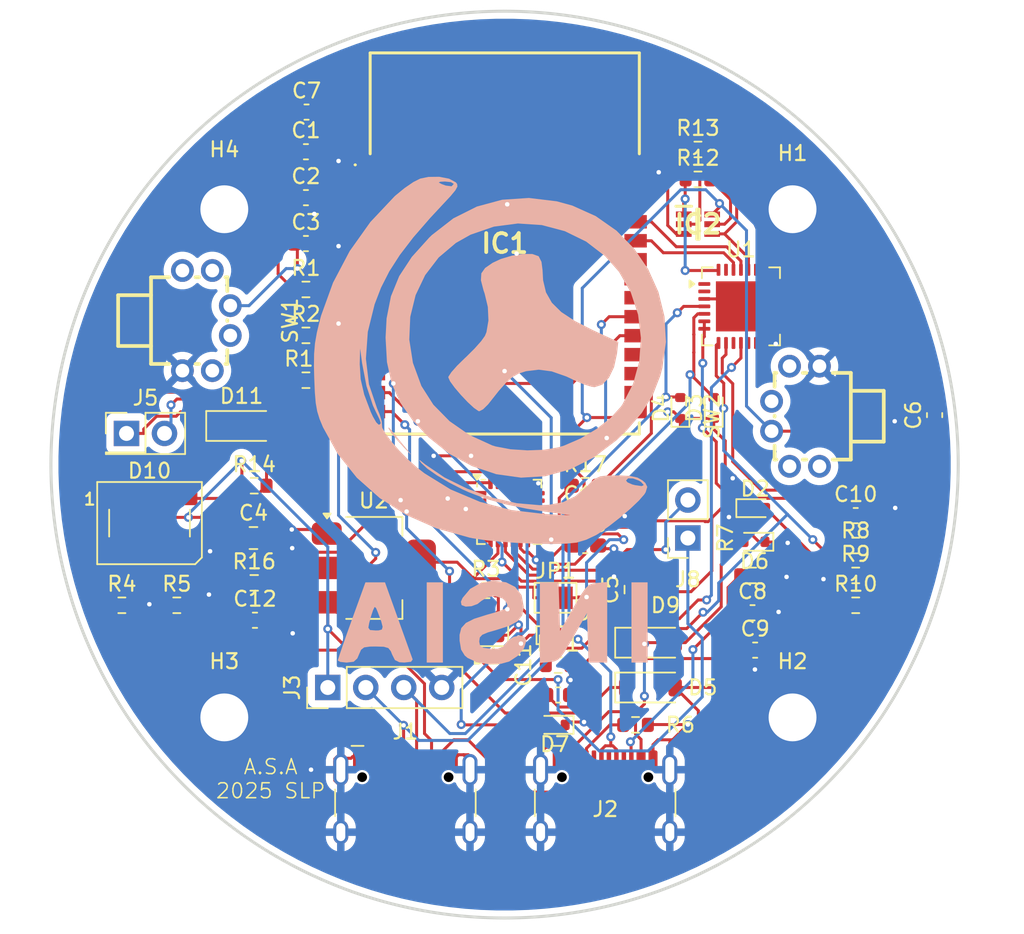
<source format=kicad_pcb>
(kicad_pcb (version 20241229) (generator "pcbnew") (generator_version "9.0")
  (layers (0 "F.Cu" signal) (2 "B.Cu" mixed) (13 "F.Paste" user) (15 "B.Paste" user) (5 "F.SilkS" user "F.Silkscreen") (7 "B.SilkS" user "B.Silkscreen") (1 "F.Mask" user) (3 "B.Mask" user) (25 "Edge.Cuts" user))
  (net 0 "")
  (net 1 "3.3V")
  (net 2 "GND")
  (net 3 "CHIP_PU")
  (net 4 "5V")
  (net 5 "GPIO9")
  (net 6 "Net-(U1-VBUS)")
  (net 7 "Net-(U3-REGOUT)")
  (net 8 "Net-(U3-CPOUT)")
  (net 9 "Net-(D1-A)")
  (net 10 "VBUSA")
  (net 11 "USB_D-")
  (net 12 "USB_D+")
  (net 13 "VBUSB")
  (net 14 "GPIO12")
  (net 15 "GPIO13")
  (net 17 "/RGB_CRTL")
  (net 18 "GPIO8")
  (net 19 "IMU_INT")
  (net 25 "UART_RXD")
  (net 29 "SDA")
  (net 31 "UART_TXD")
  (net 35 "SCL")
  (net 39 "Net-(IC2-B1)")
  (net 40 "RTS")
  (net 41 "DTR")
  (net 42 "Net-(IC2-B2)")
  (net 43 "Net-(J1-CC2)")
  (net 44 "Net-(J1-CC1)")
  (net 45 "Net-(J2-CC1)")
  (net 46 "Net-(J2-CC2)")
  (net 47 "Net-(J5-Pin_2)")
  (net 48 "AUX_DA")
  (net 49 "AUX_CL")
  (net 50 "Net-(JP1-B)")
  (net 51 "Net-(U1-~{RST})")
  (net 52 "Net-(U1-~{SUSPEND})")
  (footprint "Resistor_SMD:R_0603_1608Metric" (layer "F.Cu") (at 173.5 102.5)
    (property "Reference" "R6")
    (property "Value" "5.1k")
  )
  (footprint "Sensor_Motion:InvenSense_QFN-24_4x4mm_P0.5mm" (layer "F.Cu") (at 165.05 88.25)
    (property "Reference" "U3")
    (property "Value" "MPU-6050")
  )
  (footprint "Capacitor_SMD:C_0603_1608Metric" (layer "F.Cu") (at 151.4584 67.2249)
    (property "Reference" "C2")
    (property "Value" "0.1μF. 50V. 10%")
  )
  (footprint "LED_SMD:LED_WS2812B_PLCC4_5.0x5.0mm_P3.2mm" (layer "F.Cu") (at 141 89)
    (property "Reference" "D10")
    (property "Value" "WS2812B")
  )
  (footprint "Diode_SMD:D_SOD-523" (layer "F.Cu") (at 168.14 96.5)
    (property "Reference" "D8")
    (property "Value" "D_TVS")
  )
  (footprint "LED_SMD:LED_0603_1608Metric" (layer "F.Cu") (at 163.5 96.5 180)
    (property "Reference" "D1")
    (property "Value" "LED")
  )
  (footprint "BC847BDW1T1G_KiCad:SOT65P210X110-6N" (layer "F.Cu") (at 177.675 69)
    (property "Reference" "IC2")
    (property "Value" "~" (hide yes))
  )
  (footprint "Resistor_SMD:R_0603_1608Metric" (layer "F.Cu") (at 163.5 93.5)
    (property "Reference" "R3")
    (property "Value" "5.1k")
  )
  (footprint "Capacitor_SMD:C_0603_1608Metric" (layer "F.Cu") (at 181.5 97.5)
    (property "Reference" "C9")
    (property "Value" "10μF. 25V. 20%")
  )
  (footprint "Capacitor_SMD:C_0603_1608Metric" (layer "F.Cu") (at 193.5 81.775 90)
    (property "Reference" "C6")
    (property "Value" "0.1μF. 50V. 10%")
  )
  (footprint "Capacitor_SMD:C_0603_1608Metric" (layer "F.Cu") (at 151.4584 64.1537)
    (property "Reference" "C1")
    (property "Value" "10μF. 25V. 20%")
  )
  (footprint "Connector_USB:USB_C_Receptacle_HCTL_HC-TYPE-C-16P-01A" (layer "F.Cu") (at 158.11 108.605)
    (property "Reference" "J1")
    (property "Value" "USB_C_Receptacle_USB2.0_14P")
  )
  (footprint "Resistor_SMD:R_0603_1608Metric" (layer "F.Cu") (at 151.4584 76.4387)
    (property "Reference" "R2")
    (property "Value" "10k. 1%")
  )
  (footprint "easyeda2kicad:SW-TH_TK-6580A8-1" (layer "F.Cu") (at 184.2 81.85 90)
    (property "Reference" "SW2")
    (property "Value" "TK-6580A8-1")
  )
  (footprint "Resistor_SMD:R_0603_1608Metric" (layer "F.Cu") (at 168.325 98.5)
    (property "Reference" "R11")
    (property "Value" "10k. 1%")
  )
  (footprint "Resistor_SMD:R_0603_1608Metric" (layer "F.Cu") (at 151.4584 73.3674)
    (property "Reference" "R1")
    (property "Value" "10k. 1%")
  )
  (footprint "Package_DFN_QFN:QFN-28-1EP_5x5mm_P0.5mm_EP3.35x3.35mm" (layer "F.Cu") (at 180.55 74.5)
    (property "Reference" "U1")
    (property "Value" "CP2102N-Axx-xQFN28")
  )
  (footprint "Capacitor_SMD:C_0603_1608Metric_Pad1.08x0.95mm_HandSolder" (layer "F.Cu") (at 148.05 95.5)
    (property "Reference" "C12")
    (property "Value" "0.1uF 4V")
  )
  (footprint "Capacitor_SMD:C_0805_2012Metric" (layer "F.Cu") (at 173.5 93.45 90)
    (property "Reference" "C5")
    (property "Value" "22μF 25V")
  )
  (footprint "Connector_PinHeader_2.54mm:PinHeader_2x01_P2.54mm_Vertical" (layer "F.Cu") (at 139.46 83)
    (property "Reference" "J5")
    (property "Value" "Jumper CAN")
  )
  (footprint "Connector_PinSocket_2.54mm:PinSocket_1x02_P2.54mm_Vertical" (layer "F.Cu") (at 177 90 180)
    (property "Reference" "J8")
    (property "Value" "Aux_IMU")
  )
  (footprint "Resistor_SMD:R_0603_1608Metric" (layer "F.Cu") (at 181.325 92.5)
    (property "Reference" "R7")
    (property "Value" "5.1k")
  )
  (footprint "Capacitor_SMD:C_0603_1608Metric" (layer "F.Cu") (at 168.325 100.5)
    (property "Reference" "C11")
    (property "Value" "1μF. 16V. 10%")
  )
  (footprint "Diode_SMD:D_SOD-123" (layer "F.Cu") (at 174.5 100)
    (property "Reference" "D5")
    (property "Value" "1N5819")
  )
  (footprint "Connector_PinHeader_2.54mm:PinHeader_1x04_P2.54mm_Vertical" (layer "F.Cu") (at 152.92 100 90)
    (property "Reference" "J3")
    (property "Value" "Conn_01x04")
  )
  (footprint "Capacitor_SMD:C_0603_1608Metric" (layer "F.Cu") (at 188.225 88.5)
    (property "Reference" "C10")
    (property "Value" "10μF. 25V. 20%")
  )
  (footprint "MountingHole:MountingHole_3.2mm_M3_DIN965_Pad" (layer "F.Cu") (at 184 68)
    (property "Reference" "H1")
    (property "Value" "MountingHole_Pad")
  )
  (footprint "Diode_SMD:D_SOD-123" (layer "F.Cu") (at 147.15 82.5)
    (property "Reference" "D11")
    (property "Value" "1N4148W")
  )
  (footprint "MountingHole:MountingHole_3.2mm_M3_DIN965_Pad" (layer "F.Cu") (at 146 68)
    (property "Reference" "H4")
    (property "Value" "MountingHole_Pad")
  )
  (footprint "Resistor_SMD:R_0603_1608Metric" (layer "F.Cu") (at 188.225 90.5)
    (property "Reference" "R8")
    (property "Value" "1k. 1%")
  )
  (footprint "Package_TO_SOT_SMD:SOT-223-3_TabPin2" (layer "F.Cu") (at 156 92)
    (property "Reference" "U2")
    (property "Value" "AMS1117-3.3")
  )
  (footprint "Connector_USB:USB_C_Receptacle_HCTL_HC-TYPE-C-16P-01A" (layer "F.Cu") (at 171.47 108.605)
    (property "Reference" "J2")
    (property "Value" "USB_C_Receptacle_USB2.0_14P")
  )
  (footprint "Resistor_SMD:R_0603_1608Metric" (layer "F.Cu") (at 177.675 66)
    (property "Reference" "R12")
    (property "Value" "10k. 1%")
  )
  (footprint "Capacitor_SMD:C_0603_1608Metric_Pad1.08x0.95mm_HandSolder" (layer "F.Cu") (at 170.1375 88.5)
    (property "Reference" "C14")
    (property "Value" "2.2nF 50V")
  )
  (footprint "MountingHole:MountingHole_3.2mm_M3_DIN965_Pad" (layer "F.Cu") (at 184 102)
    (property "Reference" "H2")
    (property "Value" "MountingHole_Pad")
  )
  (footprint "Diode_SMD:D_SOD-523" (layer "F.Cu") (at 178.7304 81.2972 90)
    (property "Reference" "D3")
    (property "Value" "D_TVS")
  )
  (footprint "Resistor_SMD:R_0603_1608Metric_Pad0.98x0.95mm_HandSolder" (layer "F.Cu") (at 148 93)
    (property "Reference" "R16")
    (property "Value" "10K")
  )
  (footprint "Diode_SMD:D_SOD-523" (layer "F.Cu") (at 176.5 81.3 90)
    (property "Reference" "D4")
    (property "Value" "D_TVS")
  )
  (footprint "Resistor_SMD:R_0603_1608Metric" (layer "F.Cu") (at 142.825 94.5)
    (property "Reference" "R5")
    (property "Value" "5.1k")
  )
  (footprint "Resistor_SMD:R_0603_1608Metric" (layer "F.Cu") (at 188.225 92.5)
    (property "Reference" "R9")
    (property "Value" "47.5k. 1%")
  )
  (footprint "Capacitor_SMD:C_0603_1608Metric_Pad1.08x0.95mm_HandSolder" (layer "F.Cu") (at 170.1375 90.5)
    (property "Reference" "C13")
    (property "Value" "0.1uF 2V")
  )
  (footprint "MountingHole:MountingHole_3.2mm_M3_DIN965_Pad" (layer "F.Cu") (at 146 102)
    (property "Reference" "H3")
    (property "Value" "MountingHole_Pad")
  )
  (footprint "Resistor_SMD:R_0603_1608Metric" (layer "F.Cu") (at 177.675 64)
    (property "Reference" "R13")
    (property "Value" "10k. 1%")
  )
  (footprint "Capacitor_SMD:C_0603_1608Metric" (layer "F.Cu") (at 151.4584 70.2962)
    (property "Reference" "C3")
    (property "Value" "1μF. 16V. 10%")
  )
  (footprint "Diode_SMD:D_SOD-523" (layer "F.Cu") (at 181.455 90.25 180)
    (property "Reference" "D6")
    (property "Value" "D_TVS")
  )
  (footprint "easyeda2kicad:SW-TH_TK-6580A8-1" (layer "F.Cu") (at 144.8 75.45 -90)
    (property "Reference" "SW1")
    (property "Value" "TK-6580A8-1")
  )
  (footprint "Jumper:SolderJumper-2_P1.3mm_Open_Pad1.0x1.5mm" (layer "F.Cu") (at 168.15 94)
    (property "Reference" "JP1")
    (property "Value" "I2C_add")
  )
  (footprint "Diode_SMD:D_SOD-523" (layer "F.Cu") (at 181.5 88)
    (property "Reference" "D2")
    (property "Value" "D_TVS")
  )
  (footprint "Diode_SMD:D_SOD-523" (layer "F.Cu") (at 168.095 102.5 180)
    (property "Reference" "D7")
    (property "Value" "D_TVS")
  )
  (footprint "Capacitor_SMD:C_0805_2012Metric" (layer "F.Cu") (at 147.95 90)
    (property "Reference" "C4")
    (property "Value" "10μF. 50V")
  )
  (footprint "ESP32_C6_WROOM1_N8_KiCad:ESP32C6WROOM1N8" (layer "F.Cu") (at 164.755 70.29)
    (property "Reference" "IC1")
    (property "Value" "ESP32-C6-WROOM-1-N8" (hide yes))
  )
  (footprint "Resistor_SMD:R_0603_1608Metric_Pad0.98x0.95mm_HandSolder" (layer "F.Cu") (at 170.1375 86.5)
    (property "Reference" "R17")
    (property "Value" "10K")
  )
  (footprint "Capacitor_SMD:C_0603_1608Metric" (layer "F.Cu") (at 181.325 95)
    (property "Reference" "C8")
    (property "Value" "10μF. 25V. 20%")
  )
  (footprint "Resistor_SMD:R_0603_1608Metric" (layer "F.Cu") (at 188.225 94.5)
    (property "Reference" "R10")
    (property "Value" "22.1k. 1%")
  )
  (footprint "Resistor_SMD:R_0603_1608Metric" (layer "F.Cu") (at 148 86.5)
    (property "Reference" "R14")
    (property "Value" "4.7K. 1%")
  )
  (footprint "Diode_SMD:D_SOD-123" (layer "F.Cu") (at 174.5 97)
    (property "Reference" "D9")
    (property "Value" "1N5819")
  )
  (footprint "Resistor_SMD:R_0603_1608Metric" (layer "F.Cu") (at 139.15 94.5)
    (property "Reference" "R4")
    (property "Value" "5.1k")
  )
  (footprint "Resistor_SMD:R_0603_1608Metric" (layer "F.Cu") (at 151.4584 79.4387)
    (property "Reference" "R15")
    (property "Value" "47K. 1%")
  )
  (footprint "Capacitor_SMD:C_0603_1608Metric" (layer "F.Cu") (at 151.5 61.5)
    (property "Reference" "C7")
    (property "Value" "0.1μF. 50V. 10%")
  )
  (footprint "LOGO" (layer "B.Cu") (at 163.5 82.5 180)
    (property "Reference" "G***" (hide yes))
    (property "Value" "LOGO" (hide yes))
  )
  (gr_circle (center 164.742255 85.086044) (end 179.510813 111.586044) (stroke (width 0.2)) (fill no) (layer "Edge.Cuts"))
  (gr_text "A.S.A\n2025 SLP" (at 149.1 107.5 0) (layer "F.SilkS") (effects (font (size 1 1) (thickness 0.1)) (justify bottom)))
  (segment (start 147.0875 93) (end 147.088 93) (width 0.2) (layer "F.Cu") (net 1))
  (segment (start 178.6 92.2) (end 178.6 88.7) (width 0.2) (layer "F.Cu") (net 1))
  (segment (start 161.568 91.6148) (end 159.535 91.6148) (width 0.2) (layer "F.Cu") (net 1))
  (segment (start 177.998 78.3) (end 177.998 76.6261) (width 0.2) (layer "F.Cu") (net 1))
  (segment (start 148.088 92) (end 147.088 93) (width 0.2) (layer "F.Cu") (net 1))
  (segment (start 150.683 67.2249) (end 150.683 67.2247) (width 0.2) (layer "F.Cu") (net 1))
  (segment (start 179.376 87.7128) (end 179.376 87.8762) (width 0.2) (layer "F.Cu") (net 1))
  (segment (start 152.85 92) (end 155.5 92) (width 0.2) (layer "F.Cu") (net 1))
  (segment (start 150.6334 79.4387) (end 150.633 79.4387) (width 0.2) (layer "F.Cu") (net 1))
  (segment (start 177.998 76.6261) (end 178.1 76.5242) (width 0.2) (layer "F.Cu") (net 1))
  (segment (start 168.4 89.2779) (end 168.4 87.3252) (width 0.2) (layer "F.Cu") (net 1))
  (segment (start 150.6334 73.3674) (end 150.633 73.3674) (width 0.2) (layer "F.Cu") (net 1))
  (segment (start 178.151 88.849) (end 174.151 88.849) (width 0.2) (layer "F.Cu") (net 1))
  (segment (start 179.911 87.3418) (end 179.703 87.5494) (width 0.2) (layer "F.Cu") (net 1))
  (segment (start 147.138 95.45) (end 147.188 95.4995) (width 0.2) (layer "F.Cu") (net 1))
  (segment (start 162.675 92.7222) (end 165.14 92.7222) (width 0.2) (layer "F.Cu") (net 1))
  (segment (start 178.1 76.5242) (end 178.1 76) (width 0.2) (layer "F.Cu") (net 1))
  (segment (start 179.703 87.5494) (end 179.524 87.7279) (width 0.2) (layer "F.Cu") (net 1))
  (segment (start 168.4 87.3252) (end 169.225 86.5) (width 0.2) (layer "F.Cu") (net 1))
  (segment (start 168.023 92.8819) (end 171.512 92.8819) (width 0.2) (layer "F.Cu") (net 1))
  (segment (start 150.683 67.2249) (end 149.6 68.3083) (width 0.2) (layer "F.Cu") (net 1))
  (segment (start 177.209 93.591) (end 178.6 92.2) (width 0.2) (layer "F.Cu") (net 1))
  (segment (start 151.608 66.3) (end 150.683 67.2247) (width 0.2) (layer "F.Cu") (net 1))
  (segment (start 150.633 76.4992) (end 150.633 76.4387) (width 0.2) (layer "F.Cu") (net 1))
  (segment (start 167.856 93.0495) (end 167.95 92.9555) (width 0.2) (layer "F.Cu") (net 1))
  (segment (start 150.633 74.903) (end 152.893 74.903) (width 0.2) (layer "F.Cu") (net 1))
  (segment (start 147.188 95.4995) (end 147.188 95.5) (width 0.2) (layer "F.Cu") (net 1))
  (segment (start 165.14 92.7222) (end 165.703 93.2849) (width 0.2) (layer "F.Cu") (net 1))
  (segment (start 167.5 94) (end 166.698 94) (width 0.2) (layer "F.Cu") (net 1))
  (segment (start 150.6834 64.1537) (end 150.683 64.1537) (width 0.2) (layer "F.Cu") (net 1))
  (segment (start 178.9 86.3312) (end 179.376 86.8074) (width 0.2) (layer "F.Cu") (net 1))
  (segment (start 147.1875 95.5) (end 147.188 95.5) (width 0.2) (layer "F.Cu") (net 1))
  (segment (start 151.608 66.3) (end 150.683 65.3751) (width 0.2) (layer "F.Cu") (net 1))
  (segment (start 166.698 94) (end 166.698 93.2849) (width 0.2) (layer "F.Cu") (net 1))
  (segment (start 152.893 74.903) (end 153.64 75.6495) (width 0.2) (layer "F.Cu") (net 1))
  (segment (start 174.151 88.849) (end 173.722 89.2779) (width 0.2) (layer "F.Cu") (net 1))
  (segment (start 167.95 92.9555) (end 168.023 92.8819) (width 0.2) (layer "F.Cu") (net 1))
  (segment (start 178.6 88.7) (end 178.576 88.6762) (width 0.2) (layer "F.Cu") (net 1))
  (segment (start 178.9 83.5628) (end 178.9 86.3312) (width 0.2) (layer "F.Cu") (net 1))
  (segment (start 172.221 93.591) (end 173.5 93.591) (width 0.2) (layer "F.Cu") (net 1))
  (segment (start 147.138 95.45) (end 147.188 95.5) (width 0.2) (layer "F.Cu") (net 1))
  (segment (start 150.6834 67.2249) (end 150.683 67.2249) (width 0.2) (layer "F.Cu") (net 1))
  (segment (start 150.633 77.9992) (end 150.633 79.4387) (width 0.2) (layer "F.Cu") (net 1))
  (segment (start 150.633 76.4992) (end 150.6334 76.4988) (width 0.2) (layer "F.Cu") (net 1))
  (segment (start 150.683 67.2247) (end 150.683 67.2249) (width 0.2) (layer "F.Cu") (net 1))
  (segment (start 150.633 76.4992) (end 150.633 76.5598) (width 0.2) (layer "F.Cu") (net 1))
  (segment (start 156.124 91.3765) (end 155.5 92) (width 0.2) (layer "F.Cu") (net 1))
  (segment (start 150.683 65.3751) (end 150.683 64.1537) (width 0.2) (layer "F.Cu") (net 1))
  (segment (start 162.675 92.7222) (end 162.675 93.5) (width 0.2) (layer "F.Cu") (net 1))
  (segment (start 179.509 87.7128) (end 179.524 87.7279) (width 0.2) (layer "F.Cu") (net 1))
  (segment (start 156.124 90.9625) (end 156.124 91.3765) (width 0.2) (layer "F.Cu") (net 1))
  (segment (start 162.675 92.7222) (end 161.568 91.6148) (width 0.2) (layer "F.Cu") (net 1))
  (segment (start 168.178 89.5) (end 168.4 89.2779) (width 0.2) (layer "F.Cu") (net 1))
  (segment (start 162.675 93.5) (end 162.675 92.7222) (width 0.2) (layer "F.Cu") (net 1))
  (segment (start 178.1 75.5) (end 178.1 76) (width 0.2) (layer "F.Cu") (net 1))
  (segment (start 150.633 73.3674) (end 150.633 74.903) (width 0.2) (layer "F.Cu") (net 1))
  (segment (start 179.376 87.7128) (end 179.509 87.7128) (width 0.2) (layer "F.Cu") (net 1))
  (segment (start 173.5 93.591) (end 177.209 93.591) (width 0.2) (layer "F.Cu") (net 1))
  (segment (start 149.6 68.3083) (end 149.6 72.334) (width 0.2) (layer "F.Cu") (net 1))
  (segment (start 164.3 91.0249) (end 162.675 92.6499) (width 0.2) (layer "F.Cu") (net 1))
  (segment (start 164.3 90.2) (end 164.3 91.0249) (width 0.2) (layer "F.Cu") (net 1))
  (segment (start 165.703 93.2849) (end 166.698 93.2849) (width 0.2) (layer "F.Cu") (net 1))
  (segment (start 147.088 95.4) (end 147.138 95.45) (width 0.2) (layer "F.Cu") (net 1))
  (segment (start 187.45 88.5) (end 186.292 87.3418) (width 0.2) (layer "F.Cu") (net 1))
  (segment (start 171.512 92.8819) (end 172.221 93.591) (width 0.2) (layer "F.Cu") (net 1))
  (segment (start 167 89.5) (end 168.178 89.5) (width 0.2) (layer "F.Cu") (net 1))
  (segment (start 186.292 87.3418) (end 179.911 87.3418) (width 0.2) (layer "F.Cu") (net 1))
  (segment (start 173.722 89.2779) (end 168.4 89.2779) (width 0.2) (layer "F.Cu") (net 1))
  (segment (start 179.524 87.7279) (end 178.576 88.6762) (width 0.2) (layer "F.Cu") (net 1))
  (segment (start 149.6 72.334) (end 150.633 73.3674) (width 0.2) (layer "F.Cu") (net 1))
  (segment (start 177.97 82.6331) (end 178.9 83.5628) (width 0.2) (layer "F.Cu") (net 1))
  (segment (start 187.4 88.55) (end 187.45 88.5) (width 0.2) (layer "F.Cu") (net 1))
  (segment (start 167.62 93.2849) (end 167.856 93.0495) (width 0.2) (layer "F.Cu") (net 1))
  (segment (start 156.005 66.3) (end 151.608 66.3) (width 0.2) (layer "F.Cu") (net 1))
  (segment (start 155.5 92) (end 159.15 92) (width 0.2) (layer "F.Cu") (net 1))
  (segment (start 179.376 86.8074) (end 179.376 87.7128) (width 0.2) (layer "F.Cu") (net 1))
  (segment (start 150.633 76.5598) (end 150.633 79.4387) (width 0.2) (layer "F.Cu") (net 1))
  (segment (start 147.088 93) (end 147.088 95.4) (width 0.2) (layer "F.Cu") (net 1))
  (segment (start 152.85 92) (end 148.088 92) (width 0.2) (layer "F.Cu") (net 1))
  (segment (start 150.633 76.5598) (end 150.633 76.4992) (width 0.2) (layer "F.Cu") (net 1))
  (segment (start 159.535 91.6148) (end 159.15 92) (width 0.2) (layer "F.Cu") (net 1))
  (segment (start 178.352 88.9) (end 178.151 88.9) (width 0.2) (layer "F.Cu") (net 1))
  (segment (start 178.151 88.9) (end 178.151 88.849) (width 0.2) (layer "F.Cu") (net 1))
  (segment (start 167.856 93.0495) (end 167.95 92.9555) (width 0.2) (layer "F.Cu") (net 1))
  (segment (start 162.675 92.6499) (end 162.675 92.7222) (width 0.2) (layer "F.Cu") (net 1))
  (segment (start 166.698 93.2849) (end 167.62 93.2849) (width 0.2) (layer "F.Cu") (net 1))
  (segment (start 187.4 90.5) (end 187.4 88.55) (width 0.2) (layer "F.Cu") (net 1))
  (segment (start 150.6334 76.4988) (end 150.6334 76.4387) (width 0.2) (layer "F.Cu") (net 1))
  (segment (start 150.633 74.903) (end 150.633 76.4992) (width 0.2) (layer "F.Cu") (net 1))
  (segment (start 173.5 93.591) (end 173.5 94.4) (width 0.2) (layer "F.Cu") (net 1))
  (segment (start 178.576 88.6762) (end 178.352 88.9) (width 0.2) (layer "F.Cu") (net 1))
  (via (at 177.97 82.6331) (size 0.6) (drill 0.3) (layers "F.Cu" "B.Cu") (net 1))
  (via (at 156.124 90.9625) (size 0.6) (drill 0.3) (layers "F.Cu" "B.Cu") (net 1))
  (via (at 177.998 78.3) (size 0.6) (drill 0.3) (layers "F.Cu" "B.Cu") (net 1))
  (via (at 153.64 75.6495) (size 0.6) (drill 0.3) (layers "F.Cu" "B.Cu") (net 1))
  (segment (start 177.97 78.3278) (end 177.97 82.6331) (width 0.2) (layer "B.Cu") (net 1))
  (segment (start 153.64 88.4786) (end 156.124 90.9625) (width 0.2) (layer "B.Cu") (net 1))
  (segment (start 153.64 75.6495) (end 153.64 88.4786) (width 0.2) (layer "B.Cu") (net 1))
  (segment (start 177.998 78.3) (end 177.97 78.3278) (width 0.2) (layer "B.Cu") (net 1))
  (segment (start 171.216 90.7165) (end 171 90.5) (width 0.2) (layer "F.Cu") (net 2))
  (segment (start 148.912 95.5002) (end 148.912 95.5001) (width 0.2) (layer "F.Cu") (net 2))
  (segment (start 163.25 72) (end 162 72) (width 0.2) (layer "F.Cu") (net 2))
  (segment (start 183.424 90.3243) (end 183.367 90.2672) (width 0.2) (layer "F.Cu") (net 2))
  (segment (start 168.795 102.5) (end 168.795 103.205) (width 0.2) (layer "F.Cu") (net 2))
  (segment (start 153.39 105.625) (end 153.39 106.216) (width 0.2) (layer "F.Cu") (net 2))
  (segment (start 182.246 92.5956) (end 182.15 92.5) (width 0.2) (layer "F.Cu") (net 2))
  (segment (start 176.5 82) (end 176.056 81.5565) (width 0.2) (layer "F.Cu") (net 2))
  (segment (start 176.503 81.9972) (end 178.73 81.9972) (width 0.2) (layer "F.Cu") (net 2))
  (segment (start 190.831 82.1853) (end 192.017 81) (width 0.2) (layer "F.Cu") (net 2))
  (segment (start 179.5 83.5) (end 179.5 85.5) (width 0.2) (layer "F.Cu") (net 2))
  (segment (start 168 104) (end 168.27 104.27) (width 0.2) (layer "F.Cu") (net 2))
  (segment (start 181.485 98.7944) (end 182.275 98.0044) (width 0.2) (layer "F.Cu") (net 2))
  (segment (start 164.92 67.671) (end 164.5 68.0915) (width 0.2) (layer "F.Cu") (net 2))
  (segment (start 160.941 87.3556) (end 161.296 87) (width 0.2) (layer "F.Cu") (net 2))
  (segment (start 176.5 82) (end 176.5 83.5) (width 0.2) (layer "F.Cu") (net 2))
  (segment (start 165.202 70.75) (end 164.5 70.75) (width 0.2) (layer "F.Cu") (net 2))
  (segment (start 153.624 104.55) (end 153.39 104.784) (width 0.2) (layer "F.Cu") (net 2))
  (segment (start 167.15 104.35) (end 167.5 104) (width 0.2) (layer "F.Cu") (net 2))
  (segment (start 165.8 90.2) (end 165.8 90.6975) (width 0.2) (layer "F.Cu") (net 2))
  (segment (start 162.314 104.5) (end 162.43 104.616) (width 0.2) (layer "F.Cu") (net 2))
  (segment (start 177 102.48) (end 175.98 103.5) (width 0.2) (layer "F.Cu") (net 2))
  (segment (start 164.5 68.0915) (end 164.5 69.5) (width 0.2) (layer "F.Cu") (net 2))
  (segment (start 172.777 88.5337) (end 171.034 88.5337) (width 0.2) (layer "F.Cu") (net 2))
  (segment (start 152.233 70.2962) (end 152.2334 70.2962) (width 0.2) (layer "F.Cu") (net 2))
  (segment (start 176.5 83.5) (end 173.5 86.5) (width 0.2) (layer "F.Cu") (net 2))
  (segment (start 166.05 90.947) (end 166.342 90.947) (width 0.2) (layer "F.Cu") (net 2))
  (segment (start 148.912 95.5002) (end 148.912 95.5001) (width 0.2) (layer "F.Cu") (net 2))
  (segment (start 173.5 87.8107) (end 172.777 88.5337) (width 0.2) (layer "F.Cu") (net 2))
  (segment (start 161.67 104.5) (end 162 104.5) (width 0.2) (layer "F.Cu") (net 2))
  (segment (start 173.505 65.03) (end 174.557 65.03) (width 0.2) (layer "F.Cu") (net 2))
  (segment (start 148.9124 95.5001) (end 148.9125 95.5) (width 0.2) (layer "F.Cu") (net 2))
  (segment (start 175.052 65.5248) (end 175.052 65.5263) (width 0.2) (layer "F.Cu") (net 2))
  (segment (start 169.15 100.45) (end 169.1 100.5) (width 0.2) (layer "F.Cu") (net 2))
  (segment (start 162.5 84.5) (end 160 84.5) (width 0.2) (layer "F.Cu") (net 2))
  (segment (start 179.5 85.5) (end 180 86) (width 0.2) (layer "F.Cu") (net 2))
  (segment (start 182.172 90.2672) (end 182.155 90.25) (width 0.2) (layer "F.Cu") (net 2))
  (segment (start 152.275 61.5) (end 152.275 64.1121) (width 0.2) (layer "F.Cu") (net 2))
  (segment (start 175 103.5) (end 175.98 103.5) (width 0.2) (layer "F.Cu") (net 2))
  (segment (start 168.27 104.27) (end 168.27 104.86) (width 0.2) (layer "F.Cu") (net 2))
  (segment (start 176.056 81.5565) (end 175.653 81.5565) (width 0.2) (layer "F.Cu") (net 2))
  (segment (start 145.049 90.8835) (end 143.684 90.8835) (width 0.2) (layer "F.Cu") (net 2))
  (segment (start 153.624 106.45) (end 153.956 106.45) (width 0.2) (layer "F.Cu") (net 2))
  (segment (start 168.795 103.205) (end 168 104) (width 0.2) (layer "F.Cu") (net 2))
  (segment (start 178.1 74) (end 180.05 74) (width 0.2) (layer "F.Cu") (net 2))
  (segment (start 165.8 90.6975) (end 166.05 90.947) (width 0.2) (layer "F.Cu") (net 2))
  (segment (start 165.546 70.97) (end 165.422 70.97) (width 0.2) (layer "F.Cu") (net 2))
  (segment (start 186.068 92.7491) (end 186.317 92.5) (width 0.2) (layer "F.Cu") (net 2))
  (segment (start 152.017 68.3141) (end 152.233 68.0978) (width 0.2) (layer "F.Cu") (net 2))
  (segment (start 180.8 89.3) (end 180.8 88) (width 0.2) (layer "F.Cu") (net 2))
  (segment (start 140.988 94.4293) (end 140.046 94.4293) (width 0.2) (layer "F.Cu") (net 2))
  (segment (start 148.912 95.5004) (end 148.912 95.5002) (width 0.2) (layer "F.Cu") (net 2))
  (segment (start 172.06 92.5794) (end 172.139 92.5) (width 0.2) (layer "F.Cu") (net 2))
  (segment (start 152.233 67.6613) (end 152.233 67.4431) (width 0.2) (layer "F.Cu") (net 2))
  (segment (start 169.15 98.5) (end 169.15 99.4999) (width 0.2) (layer "F.Cu") (net 2))
  (segment (start 150.574 96.3748) (end 149.787 96.3748) (width 0.2) (layer "F.Cu") (net 2))
  (segment (start 180.202 88.5979) (end 180.8 88) (width 0.2) (layer "F.Cu") (net 2))
  (segment (start 167.5 104) (end 168 104) (width 0.2) (layer "F.Cu") (net 2))
  (segment (start 182.88 76.8301) (end 180.55 74.5) (width 0.2) (layer "F.Cu") (net 2))
  (segment (start 174.346 102.48) (end 174.325 102.5) (width 0.2) (layer "F.Cu") (net 2))
  (segment (start 172.139 92.5) (end 173.5 92.5) (width 0.2) (layer "F.Cu") (net 2))
  (segment (start 186.317 92.5) (end 187.4 92.5) (width 0.2) (layer "F.Cu") (net 2))
  (segment (start 143.684 90.8835) (end 143.45 90.65) (width 0.2) (layer "F.Cu") (net 2))
  (segment (start 150.54 90.676) (end 149.576 90.676) (width 0.2) (layer "F.Cu") (net 2))
  (segment (start 152.795 105.5) (end 152.92 105.625) (width 0.2) (layer "F.Cu") (net 2))
  (segment (start 152.233 67.3338) (end 152.2334 67.3334) (width 0.2) (layer "F.Cu") (net 2))
  (segment (start 165.839 97.0618) (end 166.4 96.5) (width 0.2) (layer "F.Cu") (net 2))
  (segment (start 154.474 104.736) (end 154.141 104.736) (width 0.2) (layer "F.Cu") (net 2))
  (segment (start 153.39 104.784) (end 153.39 105.625) (width 0.2) (layer "F.Cu") (net 2))
  (segment (start 152.2334 67.3334) (end 152.2334 67.2249) (width 0.2) (layer "F.Cu") (net 2))
  (segment (start 153.64 64.7715) (end 154.695 64.7715) (width 0.2) (layer "F.Cu") (net 2))
  (segment (start 149.35 95.9374) (end 148.912 95.5004) (width 0.2) (layer "F.Cu") (net 2))
  (segment (start 152.233 67.4431) (end 152.233 67.3338) (width 0.2) (layer "F.Cu") (net 2))
  (segment (start 144.974 93.7825) (end 144.368 93.7825) (width 0.2) (layer "F.Cu") (net 2))
  (segment (start 148.912 95.5001) (end 148.9124 95.5001) (width 0.2) (layer "F.Cu") (net 2))
  (segment (start 174.67 104.86) (end 174.67 103.83) (width 0.2) (layer "F.Cu") (net 2))
  (segment (start 152.233 67.6613) (end 152.233 67.4431) (width 0.2) (layer "F.Cu") (net 2))
  (segment (start 165.422 70.97) (end 165.202 70.75) (width 0.2) (layer "F.Cu") (net 2))
  (segment (start 153.956 106.45) (end 153.963 106.442) (width 0.2) (layer "F.Cu") (net 2))
  (segment (start 148.912 95.5001) (end 148.912 95.5) (width 0.2) (layer "F.Cu") (net 2))
  (segment (start 179.746 88.5979) (end 180.202 88.5979) (width 0.2) (layer "F.Cu") (net 2))
  (segment (start 152.406 70.4686) (end 152.32 70.3824) (width 0.2) (layer "F.Cu") (net 2))
  (segment (start 173.5 86.5) (end 173.5 87.8107) (width 0.2) (layer "F.Cu") (net 2))
  (segment (start 164.5 72) (end 163.25 72) (width 0.2) (layer "F.Cu") (net 2))
  (segment (start 152.233 70.2963) (end 152.233 70.2962) (width 0.2) (layer "F.Cu") (net 2))
  (segment (start 161.296 87) (end 163.1 87) (width 0.2) (layer "F.Cu") (net 2))
  (segment (start 162.43 104.616) (end 162.43 105.5) (width 0.2) (layer "F.Cu") (net 2))
  (segment (start 152.32 70.3824) (end 152.233 70.2963) (width 0.2) (layer "F.Cu") (net 2))
  (segment (start 178.73 82.7304) (end 179.5 83.5) (width 0.2) (layer "F.Cu") (net 2))
  (segment (start 152.2334 64.1537) (end 153.022 64.1537) (width 0.2) (layer "F.Cu") (net 2))
  (segment (start 172.05 90.7165) (end 171.216 90.7165) (width 0.2) (layer "F.Cu") (net 2))
  (segment (start 176.5 82) (end 176.503 81.9972) (width 0.2) (layer "F.Cu") (net 2))
  (segment (start 152.233 68.0978) (end 152.233 67.6613) (width 0.2) (layer "F.Cu") (net 2))
  (segment (start 168.985 102.31) (end 168.795 102.5) (width 0.2) (layer "F.Cu") (net 2))
  (segment (start 151.8 105.5) (end 152.795 105.5) (width 0.2) (layer "F.Cu") (net 2))
  (segment (start 183.6 92.6) (end 183.596 92.5956) (width 0.2) (layer "F.Cu") (net 2))
  (segment (start 189.516 87.9845) (end 189 88.5) (width 0.2) (layer "F.Cu") (net 2))
  (segment (start 154.953 65.03) (end 156.005 65.03) (width 0.2) (layer "F.Cu") (net 2))
  (segment (start 154.141 104.736) (end 153.956 104.55) (width 0.2) (layer "F.Cu") (net 2))
  (segment (start 182.156 94.9442) (end 182.1 95) (width 0.2) (layer "F.Cu") (net 2))
  (segment (start 183.596 92.5956) (end 182.246 92.5956) (width 0.2) (layer "F.Cu") (net 2))
  (segment (start 182.275 98.0044) (end 182.275 97.5) (width 0.2) (layer "F.Cu") (net 2))
  (segment (start 162 104.5) (end 162.314 104.5) (width 0.2) (layer "F.Cu") (net 2))
  (segment (start 165.675 95.8067) (end 164.981 96.5) (width 0.2) (layer "F.Cu") (net 2))
  (segment (start 152.233 64.1537) (end 152.2334 64.1537) (width 0.2) (layer "F.Cu") (net 2))
  (segment (start 153.64 70.4686) (end 152.406 70.4686) (width 0.2) (layer "F.Cu") (net 2))
  (segment (start 182.155 90.25) (end 181.75 90.25) (width 0.2) (layer "F.Cu") (net 2))
  (segment (start 148.912 95.5001) (end 148.912 95.5) (width 0.2) (layer "F.Cu") (net 2))
  (segment (start 175.79 103.69) (end 175.79 105.5) (width 0.2) (layer "F.Cu") (net 2))
  (segment (start 166.4 96.5) (end 167.44 96.5) (width 0.2) (layer "F.Cu") (net 2))
  (segment (start 154.588 104.621) (end 154.474 104.736) (width 0.2) (layer "F.Cu") (net 2))
  (segment (start 148.912 95.5) (end 149.35 95.9374) (width 0.2) (layer "F.Cu") (net 2))
  (segment (start 177 102.48) (end 174.346 102.48) (width 0.2) (layer "F.Cu") (net 2))
  (segment (start 162 70.75) (end 163.25 70.75) (width 0.2) (layer "F.Cu") (net 2))
  (segment (start 166.342 90.947) (end 166.861 91.4664) (width 0.2) (layer "F.Cu") (net 2))
  (segment (start 150.511 89.4292) (end 152.579 89.4292) (width 0.2) (layer "F.Cu") (net 2))
  (segment (start 174.67 103.83) (end 175 103.5) (width 0.2) (layer "F.Cu") (net 2))
  (segment (start 152.233 67.3338) (end 152.233 67.2249) (width 0.2) (layer "F.Cu") (net 2))
  (segment (start 149.787 96.3748) (end 149.35 95.9374) (width 0.2) (layer "F.Cu") (net 2))
  (segment (start 174.557 65.03) (end 175.052 65.5248) (width 0.2) (layer "F.Cu") (net 2))
  (segment (start 165.839 95.9707) (end 165.675 95.8067) (width 0.2) (layer "F.Cu") (net 2))
  (segment (start 153.022 64.1537) (end 153.64 64.7715) (width 0.2) (layer "F.Cu") (net 2))
  (segment (start 163.25 69.5) (end 162 69.5) (width 0.2) (layer "F.Cu") (net 2))
  (segment (start 154.695 64.7715) (end 154.953 65.03) (width 0.2) (layer "F.Cu") (net 2))
  (segment (start 164.5 70.75) (end 164.5 72) (width 0.2) (layer "F.Cu") (net 2))
  (segment (start 163.25 72) (end 163.25 70.75) (width 0.2) (layer "F.Cu") (net 2))
  (segment (start 170.055 102.31) (end 168.985 102.31) (width 0.2) (layer "F.Cu") (net 2))
  (segment (start 152.579 89.4292) (end 152.85 89.7) (width 0.2) (layer "F.Cu") (net 2))
  (segment (start 183.068 94.9442) (end 182.156 94.9442) (width 0.2) (layer "F.Cu") (net 2))
  (segment (start 192.017 81) (end 193.5 81) (width 0.2) (layer "F.Cu") (net 2))
  (segment (start 154.671 104.621) (end 154.588 104.621) (width 0.2) (layer "F.Cu") (net 2))
  (segment (start 169.15 99.4999) (end 169.15 100.45) (width 0.2) (layer "F.Cu") (net 2))
  (segment (start 180.05 74) (end 180.55 74.5) (width 0.2) (layer "F.Cu") (net 2))
  (segment (start 153.39 106.216) (end 153.624 106.45) (width 0.2) (layer "F.Cu") (net 2))
  (segment (start 152.32 70.3824) (end 152.233 70.2962) (width 0.2) (layer "F.Cu") (net 2))
  (segment (start 167 86.3358) (end 167 87) (width 0.2) (layer "F.Cu") (net 2))
  (segment (start 171.034 88.5337) (end 171 88.5) (width 0.2) (layer "F.Cu") (net 2))
  (segment (start 190.866 87.9845) (end 189.516 87.9845) (width 0.2) (layer "F.Cu") (net 2))
  (segment (start 152.275 64.1121) (end 152.233 64.1537) (width 0.2) (layer "F.Cu") (net 2))
  (segment (start 140.046 94.4293) (end 139.975 94.5) (width 0.2) (layer "F.Cu") (net 2))
  (segment (start 152.92 105.625) (end 153.39 105.625) (width 0.2) (layer "F.Cu") (net 2))
  (segment (start 178.73 81.9972) (end 178.73 82.7304) (width 0.2) (layer "F.Cu") (net 2))
  (segment (start 182.88 77.0065) (end 182.88 76.8301) (width 0.2) (layer "F.Cu") (net 2))
  (segment (start 152.795 105.5) (end 153.79 105.5) (width 0.2) (layer "F.Cu") (net 2))
  (segment (start 153.956 104.55) (end 153.624 104.55) (width 0.2) (layer "F.Cu") (net 2))
  (segment (start 144.368 93.7825) (end 143.65 94.5) (width 0.2) (layer "F.Cu") (net 2))
  (segment (start 183.676 90.3243) (end 183.424 90.3243) (width 0.2) (layer "F.Cu") (net 2))
  (segment (start 183.367 90.2672) (end 182.172 90.2672) (width 0.2) (layer "F.Cu") (net 2))
  (segment (start 154.91 104.86) (end 154.671 104.621) (width 0.2) (layer "F.Cu") (net 2))
  (segment (start 167.15 105.5) (end 167.15 104.35) (width 0.2) (layer "F.Cu") (net 2))
  (segment (start 165.839 97.0618) (end 165.839 95.9707) (width 0.2) (layer "F.Cu") (net 2))
  (segment (start 162.43 104.93) (end 162 104.5) (width 0.2) (layer "F.Cu") (net 2))
  (segment (start 163.25 69.5) (end 164.5 69.5) (width 0.2) (layer "F.Cu") (net 2))
  (segment (start 161.31 104.86) (end 161.67 104.5) (width 0.2) (layer "F.Cu") (net 2))
  (segment (start 175.98 103.5) (end 175.79 103.69) (width 0.2) (layer "F.Cu") (net 2))
  (segment (start 149.576 90.676) (end 148.9 90) (width 0.2) (layer "F.Cu") (net 2))
  (segment (start 164.981 96.5) (end 164.288 96.5) (width 0.2) (layer "F.Cu") (net 2))
  (segment (start 181.75 90.25) (end 180.8 89.3) (width 0.2) (layer "F.Cu") (net 2))
  (segment (start 162.43 105.5) (end 162.43 104.93) (width 0.2) (layer "F.Cu") (net 2))
  (via (at 151.8 105.5) (size 0.6) (drill 0.3) (layers "F.Cu" "B.Cu") (net 2))
  (via (at 172.05 90.7165) (size 0.6) (drill 0.3) (layers "F.Cu" "B.Cu") (net 2))
  (via (at 182.88 77.0065) (size 0.6) (drill 0.3) (layers "F.Cu" "B.Cu") (net 2))
  (via (at 150.574 96.3748) (size 0.6) (drill 0.3) (layers "F.Cu" "B.Cu") (net 2))
  (via (at 160 84.5) (size 0.6) (drill 0.3) (layers "F.Cu" "B.Cu") (net 2))
  (via (at 140.988 94.4293) (size 0.6) (drill 0.3) (layers "F.Cu" "B.Cu") (net 2))
  (via (at 181.485 98.7944) (size 0.6) (drill 0.3) (layers "F.Cu" "B.Cu") (net 2))
  (via (at 190.866 87.9845) (size 0.6) (drill 0.3) (layers "F.Cu" "B.Cu") (net 2))
  (via (at 175.052 65.5263) (size 0.6) (drill 0.3) (layers "F.Cu" "B.Cu") (net 2))
  (via (at 152.017 68.3141) (size 0.6) (drill 0.3) (layers "F.Cu" "B.Cu") (net 2))
  (via (at 175.653 81.5565) (size 0.6) (drill 0.3) (layers "F.Cu" "B.Cu") (net 2))
  (via (at 180 86) (size 0.6) (drill 0.3) (layers "F.Cu" "B.Cu") (net 2))
  (via (at 153.64 64.7715) (size 0.6) (drill 0.3) (layers "F.Cu" "B.Cu") (net 2))
  (via (at 186.068 92.7491) (size 0.6) (drill 0.3) (layers "F.Cu" "B.Cu") (net 2))
  (via (at 169.15 99.4999) (size 0.6) (drill 0.3) (layers "F.Cu" "B.Cu") (net 2))
  (via (at 162.5 84.5) (size 0.6) (drill 0.3) (layers "F.Cu" "B.Cu") (net 2))
  (via (at 179.746 88.5979) (size 0.6) (drill 0.3) (layers "F.Cu" "B.Cu") (net 2))
  (via (at 183.6 92.6) (size 0.6) (drill 0.3) (layers "F.Cu" "B.Cu") (net 2))
  (via (at 165.839 97.0618) (size 0.6) (drill 0.3) (layers "F.Cu" "B.Cu") (net 2))
  (via (at 150.511 89.4292) (size 0.6) (drill 0.3) (layers "F.Cu" "B.Cu") (net 2))
  (via (at 165.675 95.8067) (size 0.6) (drill 0.3) (layers "F.Cu" "B.Cu") (net 2))
  (via (at 166.861 91.4664) (size 0.6) (drill 0.3) (layers "F.Cu" "B.Cu") (net 2))
  (via (at 153.64 70.4686) (size 0.6) (drill 0.3) (layers "F.Cu" "B.Cu") (net 2))
  (via (at 150.54 90.676) (size 0.6) (drill 0.3) (layers "F.Cu" "B.Cu") (net 2))
  (via (at 145.049 90.8835) (size 0.6) (drill 0.3) (layers "F.Cu" "B.Cu") (net 2))
  (via (at 177 102.48) (size 0.6) (drill 0.3) (layers "F.Cu" "B.Cu") (net 2))
  (via (at 170.055 102.31) (size 0.6) (drill 0.3) (layers "F.Cu" "B.Cu") (net 2))
  (via (at 172.777 88.5337) (size 0.6) (drill 0.3) (layers "F.Cu" "B.Cu") (net 2))
  (via (at 160.941 87.3556) (size 0.6) (drill 0.3) (layers "F.Cu" "B.Cu") (net 2))
  (via (at 167 86.3358) (size 0.6) (drill 0.3) (layers "F.Cu" "B.Cu") (net 2))
  (via (at 183.068 94.9442) (size 0.6) (drill 0.3) (layers "F.Cu" "B.Cu") (net 2))
  (via (at 144.974 93.7825) (size 0.6) (drill 0.3) (layers "F.Cu" "B.Cu") (net 2))
  (via (at 165.546 70.97) (size 0.6) (drill 0.3) (layers "F.Cu" "B.Cu") (net 2))
  (via (at 172.06 92.5794) (size 0.6) (drill 0.3) (layers "F.Cu" "B.Cu") (net 2))
  (via (at 183.676 90.3243) (size 0.6) (drill 0.3) (layers "F.Cu" "B.Cu") (net 2))
  (via (at 190.831 82.1853) (size 0.6) (drill 0.3) (layers "F.Cu" "B.Cu") (net 2))
  (via (at 164.92 67.671) (size 0.6) (drill 0.3) (layers "F.Cu" "B.Cu") (net 2))
  (segment (start 160 86.4146) (end 160.941 87.3556) (width 0.2) (layer "B.Cu") (net 2))
  (segment (start 180 86) (end 180 88.3439) (width 0.2) (layer "B.Cu") (net 2))
  (segment (start 180 88.3439) (end 179.746 88.5979) (width 0.2) (layer "B.Cu") (net 2))
  (segment (start 160 84.5) (end 160 86.4146) (width 0.2) (layer "B.Cu") (net 2))
  (segment (start 167 86.3358) (end 167 85) (width 0.2) (layer "B.Cu") (net 2))
  (segment (start 167 85) (end 166.5 84.5) (width 0.2) (layer "B.Cu") (net 2))
  (segment (start 166.5 84.5) (end 162.5 84.5) (width 0.2) (layer "B.Cu") (net 2))
  (segment (start 150.886 70.2962) (end 153.612 67.57) (width 0.2) (layer "F.Cu") (net 3))
  (segment (start 150.886 71.406) (end 150.886 70.2962) (width 0.2) (layer "F.Cu") (net 3))
  (segment (start 158.306 66.678) (end 157.414 67.57) (width 0.2) (layer "F.Cu") (net 3))
  (segment (start 150.683 70.2962) (end 150.886 70.2962) (width 0.2) (layer "F.Cu") (net 3))
  (segment (start 176.725 69.65) (end 176.223 69.65) (width 0.2) (layer "F.Cu") (net 3))
  (segment (start 175.653 65.2586) (end 174.673 64.2783) (width 0.2) (layer "F.Cu") (net 3))
  (segment (start 154.510894 60) (end 152.225 60) (width 0.2) (layer "F.Cu") (net 3))
  (segment (start 158.306 64.7843) (end 158.306 63.795106) (width 0.2) (layer "F.Cu") (net 3))
  (segment (start 174.673 64.2783) (end 158.812 64.2783) (width 0.2) (layer "F.Cu") (net 3))
  (segment (start 150.886 71.97) (end 150.886 71.406) (width 0.2) (layer "F.Cu") (net 3))
  (segment (start 158.306 64.7843) (end 158.306 66.678) (width 0.2) (layer "F.Cu") (net 3))
  (segment (start 175.653 69.08) (end 175.653 65.2586) (width 0.2) (layer "F.Cu") (net 3))
  (segment (start 158.306 63.795106) (end 154.510894 60) (width 0.2) (layer "F.Cu") (net 3))
  (segment (start 153.612 67.57) (end 156.005 67.57) (width 0.2) (layer "F.Cu") (net 3))
  (segment (start 157.414 67.57) (end 156.005 67.57) (width 0.2) (layer "F.Cu") (net 3))
  (segment (start 176.223 69.65) (end 175.653 69.08) (width 0.2) (layer "F.Cu") (net 3))
  (segment (start 152.225 60) (end 150.725 61.5) (width 0.2) (layer "F.Cu") (net 3))
  (segment (start 152.2834 73.3674) (end 150.886 71.97) (width 0.2) (layer "F.Cu") (net 3))
  (segment (start 158.812 64.2783) (end 158.306 64.7843) (width 0.2) (layer "F.Cu") (net 3))
  (via (at 150.886 71.97) (size 0.6) (drill 0.3) (layers "F.Cu" "B.Cu") (net 3))
  (segment (start 150.134 71.97) (end 147.654 74.45) (width 0.2) (layer "B.Cu") (net 3))
  (segment (start 150.886 71.97) (end 150.134 71.97) (width 0.2) (layer "B.Cu") (net 3))
  (segment (start 147.654 74.45) (end 146.4 74.45) (width 0.2) (layer "B.Cu") (net 3))
  (segment (start 171.775 100) (end 172.85 100) (width 0.2) (layer "F.Cu") (net 4))
  (segment (start 152.92 94.37) (end 152.85 94.3) (width 0.2) (layer "F.Cu") (net 4))
  (segment (start 152.92 96.08) (end 153.84 97) (width 0.2) (layer "F.Cu") (net 4))
  (segment (start 160.072 97) (end 164.78 101.708) (width 0.2) (layer "F.Cu") (net 4))
  (segment (start 180.725 95.175) (end 180.725 97.5) (width 0.2) (layer "F.Cu") (net 4))
  (segment (start 172.85 97) (end 172.85 98.0654) (width 0.2) (layer "F.Cu") (net 4))
  (segment (start 147.175 84.844) (end 147.161 84.8301) (width 0.2) (layer "F.Cu") (net 4))
  (segment (start 180.55 95) (end 180.725 95.175) (width 0.2) (layer "F.Cu") (net 4))
  (segment (start 170.067 101.708) (end 171.775 100) (width 0.2) (layer "F.Cu") (net 4))
  (segment (start 180.16 98.0654) (end 180.725 97.5) (width 0.2) (layer "F.Cu") (net 4))
  (segment (start 147.175 86.5) (end 147.175 84.844) (width 0.2) (layer "F.Cu") (net 4))
  (segment (start 139.817 88.6171) (end 143.6 88.6171) (width 0.2) (layer "F.Cu") (net 4))
  (segment (start 152.92 96.08) (end 152.92 94.37) (width 0.2) (layer "F.Cu") (net 4))
  (segment (start 138.55 87.35) (end 139.817 88.6171) (width 0.2) (layer "F.Cu") (net 4))
  (segment (start 153.84 97) (end 160.072 97) (width 0.2) (layer "F.Cu") (net 4))
  (segment (start 143.6 88.6171) (end 145.617 88.6171) (width 0.2) (layer "F.Cu") (net 4))
  (segment (start 145.617 88.6171) (end 147 90) (width 0.2) (layer "F.Cu") (net 4))
  (segment (start 153.532 94.982) (end 152.85 94.3) (width 0.2) (layer "F.Cu") (net 4))
  (segment (start 172.85 98.0654) (end 172.85 100) (width 0.2) (layer "F.Cu") (net 4))
  (segment (start 172.85 98.0654) (end 180.16 98.0654) (width 0.2) (layer "F.Cu") (net 4))
  (segment (start 164.78 101.708) (end 170.067 101.708) (width 0.2) (layer "F.Cu") (net 4))
  (segment (start 153.5 94.95) (end 152.85 94.3) (width 0.2) (layer "F.Cu") (net 4))
  (via (at 152.92 96.08) (size 0.6) (drill 0.3) (layers "F.Cu" "B.Cu") (net 4))
  (via (at 143.6 88.6171) (size 0.6) (drill 0.3) (layers "F.Cu" "B.Cu") (net 4))
  (via (at 147.161 84.8301) (size 0.6) (drill 0.3) (layers "F.Cu" "B.Cu") (net 4))
  (segment (start 152.92 96.08) (end 152.92 90.589) (width 0.2) (layer "B.Cu") (net 4))
  (segment (start 147.161 84.8301) (end 143.6 88.3915) (width 0.2) (layer "B.Cu") (net 4))
  (segment (start 143.6 88.3915) (end 143.6 88.6171) (width 0.2) (layer "B.Cu") (net 4))
  (segment (start 152.92 96.08) (end 152.92 100) (width 0.2) (layer "B.Cu") (net 4))
  (segment (start 152.92 90.589) (end 147.161 84.8301) (width 0.2) (layer "B.Cu") (net 4))
  (segment (start 169.1342 83.051) (end 170.2474 81.9378) (width 0.2) (layer "F.Cu") (net 5))
  (segment (start 150.623 81.5609) (end 152.1131 83.051) (width 0.2) (layer "F.Cu") (net 5))
  (segment (start 139.46 83) (end 140.6117 83) (width 0.2) (layer "F.Cu") (net 5))
  (segment (start 173.505 81.54) (end 172.4533 81.54) (width 0.2) (layer "F.Cu") (net 5))
  (segment (start 140.6117 82.712) (end 141.4754 81.8483) (width 0.2) (layer "F.Cu") (net 5))
  (segment (start 178.625 68.35) (end 179.1173 67.8577) (width 0.2) (layer "F.Cu") (net 5))
  (segment (start 141.4754 81.8483) (end 142.7858 81.8483) (width 0.2) (layer "F.Cu") (net 5))
  (segment (start 143.0732 81.5609) (end 150.623 81.5609) (width 0.2) (layer "F.Cu") (net 5))
  (segment (start 170.2474 81.9378) (end 172.0555 81.9378) (width 0.2) (layer "F.Cu") (net 5))
  (segment (start 193.2 82.85) (end 193.5 82.55) (width 0.2) (layer "F.Cu") (net 5))
  (segment (start 140.6117 83) (end 140.6117 82.712) (width 0.2) (layer "F.Cu") (net 5))
  (segment (start 179.1173 67.8577) (end 179.1173 67.6182) (width 0.2) (layer "F.Cu") (net 5))
  (segment (start 142.7858 81.8483) (end 143.0732 81.5609) (width 0.2) (layer "F.Cu") (net 5))
  (segment (start 172.0555 81.9378) (end 172.4533 81.54) (width 0.2) (layer "F.Cu") (net 5))
  (segment (start 152.1131 83.051) (end 169.1342 83.051) (width 0.2) (layer "F.Cu") (net 5))
  (segment (start 182.6 82.85) (end 193.2 82.85) (width 0.2) (layer "F.Cu") (net 5))
  (via (at 170.2474 81.9378) (size 0.6) (drill 0.3) (layers "F.Cu" "B.Cu") (net 5))
  (via (at 179.1173 67.6182) (size 0.6) (drill 0.3) (layers "F.Cu" "B.Cu") (net 5))
  (segment (start 182.6 82.85) (end 180.9209 81.1709) (width 0.2) (layer "B.Cu") (net 5))
  (segment (start 169.9383 81.6287) (end 170.2474 81.9378) (width 0.2) (layer "B.Cu") (net 5))
  (segment (start 179.1173 67.6182) (end 178.194 66.6949) (width 0.2) (layer "B.Cu") (net 5))
  (segment (start 178.194 66.6949) (end 176.5237 66.6949) (width 0.2) (layer "B.Cu") (net 5))
  (segment (start 169.9383 73.2803) (end 169.9383 81.6287) (width 0.2) (layer "B.Cu") (net 5))
  (segment (start 180.9209 69.4218) (end 179.1173 67.6182) (width 0.2) (layer "B.Cu") (net 5))
  (segment (start 176.5237 66.6949) (end 169.9383 73.2803) (width 0.2) (layer "B.Cu") (net 5))
  (segment (start 180.9209 81.1709) (end 180.9209 69.4218) (width 0.2) (layer "B.Cu") (net 5))
  (segment (start 170.067 100.754) (end 169.516 101.306) (width 0.2) (layer "F.Cu") (net 6))
  (segment (start 188.05 91.5) (end 189.05 92.5) (width 0.2) (layer "F.Cu") (net 6))
  (segment (start 189.05 94.5) (end 189.05 92.5) (width 0.2) (layer "F.Cu") (net 6))
  (segment (start 179.05 76.95) (end 178.9 77.1001) (width 0.2) (layer "F.Cu") (net 6))
  (segment (start 179.398 79.6425) (end 179.398 81.3303) (width 0.2) (layer "F.Cu") (net 6))
  (segment (start 178.9 77.1001) (end 178.9 79.144) (width 0.2) (layer "F.Cu") (net 6))
  (segment (start 185.354 90.1055) (end 186.748 91.5) (width 0.2) (layer "F.Cu") (net 6))
  (segment (start 178.9 79.144) (end 179.398 79.6425) (width 0.2) (layer "F.Cu") (net 6))
  (segment (start 178.016 94.9647) (end 176.924 96.0561) (width 0.2) (layer "F.Cu") (net 6))
  (segment (start 172.446 96.0561) (end 170.067 98.435) (width 0.2) (layer "F.Cu") (net 6))
  (segment (start 170.067 98.435) (end 170.067 100.754) (width 0.2) (layer "F.Cu") (net 6))
  (segment (start 176.924 96.0561) (end 172.446 96.0561) (width 0.2) (layer "F.Cu") (net 6))
  (segment (start 186.748 91.5) (end 188.05 91.5) (width 0.2) (layer "F.Cu") (net 6))
  (segment (start 168.356 101.306) (end 167.55 100.5) (width 0.2) (layer "F.Cu") (net 6))
  (segment (start 169.516 101.306) (end 168.356 101.306) (width 0.2) (layer "F.Cu") (net 6))
  (via (at 185.354 90.1055) (size 0.6) (drill 0.3) (layers "F.Cu" "B.Cu") (net 6))
  (via (at 178.016 94.9647) (size 0.6) (drill 0.3) (layers "F.Cu" "B.Cu") (net 6))
  (via (at 179.398 81.3303) (size 0.6) (drill 0.3) (layers "F.Cu" "B.Cu") (net 6))
  (segment (start 179.398 81.3303) (end 179.398 84.1503) (width 0.2) (layer "B.Cu") (net 6))
  (segment (start 179.398 84.1503) (end 183.66 88.4117) (width 0.2) (layer "B.Cu") (net 6))
  (segment (start 179.063 93.0086) (end 179.063 94.195) (width 0.2) (layer "B.Cu") (net 6))
  (segment (start 183.66 88.4117) (end 185.354 90.1055) (width 0.2) (layer "B.Cu") (net 6))
  (segment (start 183.66 88.4117) (end 179.063 93.0086) (width 0.2) (layer "B.Cu") (net 6))
  (segment (start 179.063 94.195) (end 178.293 94.9647) (width 0.2) (layer "B.Cu") (net 6))
  (segment (start 178.293 94.9647) (end 178.016 94.9647) (width 0.2) (layer "B.Cu") (net 6))
  (segment (start 167.451 91.7272) (end 167.451 91.7504) (width 0.2) (layer "F.Cu") (net 7))
  (segment (start 168.678 90.5) (end 167.451 91.7272) (width 0.2) (layer "F.Cu") (net 7))
  (segment (start 165.3 90.7961) (end 165.3 90.2) (width 0.2) (layer "F.Cu") (net 7))
  (segment (start 166.256 91.7519) (end 165.3 90.7961) (width 0.2) (layer "F.Cu") (net 7))
  (segment (start 167.121 92.0798) (end 166.623 92.0798) (width 0.2) (layer "F.Cu") (net 7))
  (segment (start 166.295 91.7519) (end 166.256 91.7519) (width 0.2) (layer "F.Cu") (net 7))
  (segment (start 167.451 91.7504) (end 167.121 92.0798) (width 0.2) (layer "F.Cu") (net 7))
  (segment (start 169.275 90.5) (end 168.678 90.5) (width 0.2) (layer "F.Cu") (net 7))
  (segment (start 166.623 92.0798) (end 166.295 91.7519) (width 0.2) (layer "F.Cu") (net 7))
  (segment (start 169.275 88.5) (end 170.059 87.7161) (width 0.2) (layer "F.Cu") (net 8))
  (segment (start 170.059 87.7161) (end 170.059 86.0674) (width 0.2) (layer "F.Cu") (net 8))
  (segment (start 165.8 85.8419) (end 165.8 86.3) (width 0.2) (layer "F.Cu") (net 8))
  (segment (start 166.542 85.1) (end 165.8 85.8419) (width 0.2) (layer "F.Cu") (net 8))
  (segment (start 170.059 86.0674) (end 169.092 85.1) (width 0.2) (layer "F.Cu") (net 8))
  (segment (start 169.092 85.1) (end 166.542 85.1) (width 0.2) (layer "F.Cu") (net 8))
  (segment (start 163.231 95.9819) (end 163.231 95.9816) (width 0.2) (layer "F.Cu") (net 9))
  (segment (start 164.325 94.8875) (end 163.231 95.9816) (width 0.2) (layer "F.Cu") (net 9))
  (segment (start 162.712 96.4998) (end 163.231 95.9819) (width 0.2) (layer "F.Cu") (net 9))
  (segment (start 163.231 95.9816) (end 162.712 96.5) (width 0.2) (layer "F.Cu") (net 9))
  (segment (start 162.712 96.5) (end 162.712 96.4998) (width 0.2) (layer "F.Cu") (net 9))
  (segment (start 162.7125 96.5) (end 162.712 96.5) (width 0.2) (layer "F.Cu") (net 9))
  (segment (start 162.712 96.5) (end 162.712 96.4998) (width 0.2) (layer "F.Cu") (net 9))
  (segment (start 164.325 93.5) (end 164.325 94.8875) (width 0.2) (layer "F.Cu") (net 9))
  (segment (start 182.2 88) (end 185.466 91.2662) (width 0.2) (layer "F.Cu") (net 10))
  (segment (start 186.799 94.3311) (end 186.968 94.5) (width 0.2) (layer "F.Cu") (net 10))
  (segment (start 176.15 100) (end 181.13 100) (width 0.2) (layer "F.Cu") (net 10))
  (segment (start 160.51 105.49) (end 160.51 104.86) (width 0.2) (layer "F.Cu") (net 10))
  (segment (start 159.5 106.5) (end 160.51 105.49) (width 0.2) (layer "F.Cu") (net 10))
  (segment (start 160.51 104.86) (end 160.51 104.341) (width 0.2) (layer "F.Cu") (net 10))
  (segment (start 186.968 94.5) (end 187.4 94.5) (width 0.2) (layer "F.Cu") (net 10))
  (segment (start 155.71 104.86) (end 155.71 105.51) (width 0.2) (layer "F.Cu") (net 10))
  (segment (start 176.3 108) (end 177.7 106.6) (width 0.2) (layer "F.Cu") (net 10))
  (segment (start 177.7 101.55) (end 176.15 100) (width 0.2) (layer "F.Cu") (net 10))
  (segment (start 155.71 105.51) (end 156.7 106.5) (width 0.2) (layer "F.Cu") (net 10))
  (segment (start 160.51 104.341) (end 161.351 103.5) (width 0.2) (layer "F.Cu") (net 10))
  (segment (start 156.7 106.5) (end 159.5 106.5) (width 0.2) (layer "F.Cu") (net 10))
  (segment (start 181.13 100) (end 186.799 94.3311) (width 0.2) (layer "F.Cu") (net 10))
  (segment (start 166.8 108) (end 176.3 108) (width 0.2) (layer "F.Cu") (net 10))
  (segment (start 162.3 103.5) (end 166.8 108) (width 0.2) (layer "F.Cu") (net 10))
  (segment (start 161.351 103.5) (end 162.3 103.5) (width 0.2) (layer "F.Cu") (net 10))
  (segment (start 185.466 92.9982) (end 186.799 94.3311) (width 0.2) (layer "F.Cu") (net 10))
  (segment (start 185.466 91.2662) (end 185.466 92.9982) (width 0.2) (layer "F.Cu") (net 10))
  (segment (start 177.7 106.6) (end 177.7 101.55) (width 0.2) (layer "F.Cu") (net 10))
  (segment (start 178.7304 80.5972) (end 178.73 80.5972) (width 0.2) (layer "F.Cu") (net 11))
  (segment (start 158.091 103.908) (end 158.36 104.177) (width 0.2) (layer "F.Cu") (net 11))
  (segment (start 177.4 77.5768) (end 177.394 77.5833) (width 0.2) (layer "F.Cu") (net 11))
  (segment (start 177.394 76.3799) (end 177.4 76.3864) (width 0.2) (layer "F.Cu") (net 11))
  (segment (start 157.99 103.908) (end 157.99 102.53) (width 0.2) (layer "F.Cu") (net 11))
  (segment (start 177.398 79.2649) (end 178.73 80.5972) (width 0.2) (layer "F.Cu") (net 11))
  (segment (start 178.1 75) (end 177.662 75) (width 0.2) (layer "F.Cu") (net 11))
  (segment (start 177.398 75.2641) (end 177.398 76.3799) (width 0.2) (layer "F.Cu") (net 11))
  (segment (start 177.398 76.3799) (end 177.394 76.3799) (width 0.2) (layer "F.Cu") (net 11))
  (segment (start 177.398 79.0687) (end 177.398 79.2649) (width 0.2) (layer "F.Cu") (net 11))
  (segment (start 177.145 79.0687) (end 177.398 79.0687) (width 0.2) (layer "F.Cu") (net 11))
  (segment (start 177.398 77.5833) (end 177.398 79.0687) (width 0.2) (layer "F.Cu") (net 11))
  (segment (start 157.36 104.86) (end 157.36 104.177) (width 0.2) (layer "F.Cu") (net 11))
  (segment (start 158.36 104.177) (end 158.36 104.86) (width 0.2) (layer "F.Cu") (net 11))
  (segment (start 157.36 104.177) (end 157.629 103.908) (width 0.2) (layer "F.Cu") (net 11))
  (segment (start 177.394 77.5833) (end 177.398 77.5833) (width 0.2) (layer "F.Cu") (net 11))
  (segment (start 157.99 103.908) (end 158.091 103.908) (width 0.2) (layer "F.Cu") (net 11))
  (segment (start 157.629 103.908) (end 157.99 103.908) (width 0.2) (layer "F.Cu") (net 11))
  (segment (start 177.4 76.3864) (end 177.4 77.5768) (width 0.2) (layer "F.Cu") (net 11))
  (segment (start 177.662 75) (end 177.398 75.2641) (width 0.2) (layer "F.Cu") (net 11))
  (via (at 177.145 79.0687) (size 0.6) (drill 0.3) (layers "F.Cu" "B.Cu") (net 11))
  (via (at 157.99 102.53) (size 0.6) (drill 0.3) (layers "F.Cu" "B.Cu") (net 11))
  (segment (start 177.145 79.0687) (end 177.145 80.9222) (width 0.2) (layer "B.Cu") (net 11))
  (segment (start 169.051 96.7717) (end 162.281 103.542) (width 0.2) (layer "B.Cu") (net 11))
  (segment (start 155.46 100) (end 157.99 102.53) (width 0.2) (layer "B.Cu") (net 11))
  (segment (start 177.145 80.9222) (end 169.051 89.0164) (width 0.2) (layer "B.Cu") (net 11))
  (segment (start 159.002 103.542) (end 157.99 102.53) (width 0.2) (layer "B.Cu") (net 11))
  (segment (start 162.281 103.542) (end 159.002 103.542) (width 0.2) (layer "B.Cu") (net 11))
  (segment (start 169.051 89.0164) (end 169.051 96.7717) (width 0.2) (layer "B.Cu") (net 11))
  (segment (start 175.536 80.5623) (end 176.462 80.5623) (width 0.2) (layer "F.Cu") (net 12))
  (segment (start 178.1 74.5) (end 176.719 74.5) (width 0.2) (layer "F.Cu") (net 12))
  (segment (start 158.86 104.86) (end 158.811 104.86) (width 0.2) (layer "F.Cu") (net 12))
  (segment (start 158.811 105.592824) (end 158.592824 105.811) (width 0.2) (layer "F.Cu") (net 12))
  (segment (start 158.811 104.86) (end 158.811 105.592824) (width 0.2) (layer "F.Cu") (net 12))
  (segment (start 176.719 74.5) (end 176.294 74.9252) (width 0.2) (layer "F.Cu") (net 12))
  (segment (start 158.592824 105.811) (end 158.127176 105.811) (width 0.2) (layer "F.Cu") (net 12))
  (segment (start 157.909 105.592824) (end 157.909 104.86) (width 0.2) (layer "F.Cu") (net 12))
  (segment (start 158.86 100.86) (end 158.86 104.86) (width 0.2) (layer "F.Cu") (net 12))
  (segment (start 157.909 104.86) (end 157.86 104.86) (width 0.2) (layer "F.Cu") (net 12))
  (segment (start 158 100) (end 158.86 100.86) (width 0.2) (layer "F.Cu") (net 12))
  (segment (start 176.462 80.5623) (end 176.5 80.6) (width 0.2) (layer "F.Cu") (net 12))
  (segment (start 158.127176 105.811) (end 157.909 105.592824) (width 0.2) (layer "F.Cu") (net 12))
  (via (at 175.536 80.5623) (size 0.6) (drill 0.3) (layers "F.Cu" "B.Cu") (net 12))
  (via (at 176.294 74.9252) (size 0.6) (drill 0.3) (layers "F.Cu" "B.Cu") (net 12))
  (segment (start 168.65 96.5503) (end 162.12 103.08) (width 0.2) (layer "B.Cu") (net 12))
  (segment (start 162.12 103.08) (end 161.08 103.08) (width 0.2) (layer "B.Cu") (net 12))
  (segment (start 175.536 80.5623) (end 175.536 75.6835) (width 0.2) (layer "B.Cu") (net 12))
  (segment (start 161.08 103.08) (end 158 100) (width 0.2) (layer "B.Cu") (net 12))
  (segment (start 175.536 75.6835) (end 176.294 74.9252) (width 0.2) (layer "B.Cu") (net 12))
  (segment (start 168.65 87.5806) (end 168.65 96.5503) (width 0.2) (layer "B.Cu") (net 12))
  (segment (start 175.536 80.6945) (end 168.65 87.5806) (width 0.2) (layer "B.Cu") (net 12))
  (segment (start 175.536 80.5623) (end 175.536 80.6945) (width 0.2) (layer "B.Cu") (net 12))
  (segment (start 173.87 103.478) (end 173.5 103.108) (width 0.2) (layer "F.Cu") (net 13))
  (segment (start 173.417 101.7) (end 173.336 101.618) (width 0.2) (layer "F.Cu") (net 13))
  (segment (start 180.755 90.25) (end 179.23 91.7754) (width 0.2) (layer "F.Cu") (net 13))
  (segment (start 179.23 94.6022) (end 176.832 97) (width 0.2) (layer "F.Cu") (net 13))
  (segment (start 173.053 101.618) (end 171.71 101.618) (width 0.2) (layer "F.Cu") (net 13))
  (segment (start 174.094 101.106) (end 173.582 101.618) (width 0.2) (layer "F.Cu") (net 13))
  (segment (start 173.582 101.618) (end 173.417 101.618) (width 0.2) (layer "F.Cu") (net 13))
  (segment (start 174.179 97) (end 174.094 97.0842) (width 0.2) (layer "F.Cu") (net 13))
  (segment (start 173.417 101.618) (end 173.417 101.7) (width 0.2) (layer "F.Cu") (net 13))
  (segment (start 174.094 100.577) (end 174.094 101.106) (width 0.2) (layer "F.Cu") (net 13))
  (segment (start 173.5 103.108) (end 173.5 101.701) (width 0.2) (layer "F.Cu") (net 13))
  (segment (start 176.15 97) (end 174.179 97) (width 0.2) (layer "F.Cu") (net 13))
  (segment (start 173.5 101.701) (end 173.417 101.618) (width 0.2) (layer "F.Cu") (net 13))
  (segment (start 179.23 91.7754) (end 179.23 94.6022) (width 0.2) (layer "F.Cu") (net 13))
  (segment (start 169.07 104.258) (end 169.07 104.86) (width 0.2) (layer "F.Cu") (net 13))
  (segment (start 173.417 101.618) (end 173.053 101.618) (width 0.2) (layer "F.Cu") (net 13))
  (segment (start 171.71 101.618) (end 169.07 104.258) (width 0.2) (layer "F.Cu") (net 13))
  (segment (start 173.87 104.86) (end 173.87 103.478) (width 0.2) (layer "F.Cu") (net 13))
  (segment (start 173.336 101.618) (end 173.053 101.618) (width 0.2) (layer "F.Cu") (net 13))
  (segment (start 176.832 97) (end 176.15 97) (width 0.2) (layer "F.Cu") (net 13))
  (via (at 174.094 100.577) (size 0.6) (drill 0.3) (layers "F.Cu" "B.Cu") (net 13))
  (via (at 174.094 97.0842) (size 0.6) (drill 0.3) (layers "F.Cu" "B.Cu") (net 13))
  (segment (start 174.094 97.0842) (end 174.094 100.577) (width 0.2) (layer "B.Cu") (net 13))
  (segment (start 170.72 106.46) (end 170.72 106.18) (width 0.2) (layer "F.Cu") (net 14))
  (segment (start 165.5 106.0495) (end 166.4505 107) (width 0.2) (layer "F.Cu") (net 14))
  (segment (start 165.5 103.313) (end 165.5 106.0495) (width 0.2) (layer "F.Cu") (net 14))
  (segment (start 166.313 102.5) (end 167.395 102.5) (width 0.2) (layer "F.Cu") (net 14))
  (segment (start 166.4505 107) (end 170.18 107) (width 0.2) (layer "F.Cu") (net 14))
  (segment (start 157.057 80.2981) (end 158.944 82.1849) (width 0.2) (layer "F.Cu") (net 14))
  (segment (start 156.005 80.27) (end 157.057 80.27) (width 0.2) (layer "F.Cu") (net 14))
  (segment (start 171.72 104.86) (end 171.72 105.78) (width 0.2) (layer "F.Cu") (net 14))
  (segment (start 161.842 102.478) (end 161.865 102.5) (width 0.2) (layer "F.Cu") (net 14))
  (segment (start 170.9 106) (end 170.72 106.18) (width 0.2) (layer "F.Cu") (net 14))
  (segment (start 161.865 102.5) (end 166.313 102.5) (width 0.2) (layer "F.Cu") (net 14))
  (segment (start 166.313 102.5) (end 165.5 103.313) (width 0.2) (layer "F.Cu") (net 14))
  (segment (start 171.5 106) (end 170.9 106) (width 0.2) (layer "F.Cu") (net 14))
  (segment (start 171.72 105.78) (end 171.5 106) (width 0.2) (layer "F.Cu") (net 14))
  (segment (start 157.057 80.27) (end 157.057 80.2981) (width 0.2) (layer "F.Cu") (net 14))
  (segment (start 170.18 107) (end 170.72 106.46) (width 0.2) (layer "F.Cu") (net 14))
  (segment (start 170.72 106.18) (end 170.72 104.86) (width 0.2) (layer "F.Cu") (net 14))
  (via (at 158.944 82.1849) (size 0.6) (drill 0.3) (layers "F.Cu" "B.Cu") (net 14))
  (via (at 161.842 102.478) (size 0.6) (drill 0.3) (layers "F.Cu" "B.Cu") (net 14))
  (segment (start 161.842 100.152) (end 161.842 102.478) (width 0.2) (layer "B.Cu") (net 14))
  (segment (start 158.944 82.1849) (end 166.247 89.4886) (width 0.2) (layer "B.Cu") (net 14))
  (segment (start 166.247 89.4886) (end 166.247 91.7272) (width 0.2) (layer "B.Cu") (net 14))
  (segment (start 166.247 91.7272) (end 166.276 91.7564) (width 0.2) (layer "B.Cu") (net 14))
  (segment (start 166.276 91.7564) (end 166.276 96.0559) (width 0.2) (layer "B.Cu") (net 14))
  (segment (start 166.276 96.0559) (end 165.924 96.4084) (width 0.2) (layer "B.Cu") (net 14))
  (segment (start 165.586 96.4084) (end 161.842 100.152) (width 0.2) (layer "B.Cu") (net 14))
  (segment (start 165.924 96.4084) (end 165.586 96.4084) (width 0.2) (layer "B.Cu") (net 14))
  (segment (start 172.22 104.86) (end 172.22 104.141) (width 0.2) (layer "F.Cu") (net 15))
  (segment (start 172.22 104.141) (end 171.98 103.902) (width 0.2) (layer "F.Cu") (net 15))
  (segment (start 171.845 103.902) (end 171.481 103.902) (width 0.2) (layer "F.Cu") (net 15))
  (segment (start 169.11 96.7704) (end 168.84 96.5) (width 0.2) (layer "F.Cu") (net 15))
  (segment (start 157.193 81.54) (end 158.07 82.4173) (width 0.2) (layer "F.Cu") (net 15))
  (segment (start 168.05 95.7098) (end 168.84 96.5) (width 0.2) (layer "F.Cu") (net 15))
  (segment (start 165.939 94.7609) (end 166.888 95.7098) (width 0.2) (layer "F.Cu") (net 15))
  (segment (start 164.928 94.7609) (end 165.939 94.7609) (width 0.2) (layer "F.Cu") (net 15))
  (segment (start 166.888 95.7098) (end 168.05 95.7098) (width 0.2) (layer "F.Cu") (net 15))
  (segment (start 171.481 103.902) (end 171.22 104.163) (width 0.2) (layer "F.Cu") (net 15))
  (segment (start 169.653 96.7704) (end 169.11 96.7704) (width 0.2) (layer "F.Cu") (net 15))
  (segment (start 171.845 103.902) (end 171.845 103.298) (width 0.2) (layer "F.Cu") (net 15))
  (segment (start 171.98 103.902) (end 171.845 103.902) (width 0.2) (layer "F.Cu") (net 15))
  (segment (start 171.22 104.163) (end 171.22 104.86) (width 0.2) (layer "F.Cu") (net 15))
  (segment (start 156.005 81.54) (end 157.193 81.54) (width 0.2) (layer "F.Cu") (net 15))
  (via (at 171.845 103.298) (size 0.6) (drill 0.3) (layers "F.Cu" "B.Cu") (net 15))
  (via (at 158.07 82.4173) (size 0.6) (drill 0.3) (layers "F.Cu" "B.Cu") (net 15))
  (via (at 164.928 94.7609) (size 0.6) (drill 0.3) (layers "F.Cu" "B.Cu") (net 15))
  (via (at 169.653 96.7704) (size 0.6) (drill 0.3) (layers "F.Cu" "B.Cu") (net 15))
  (segment (start 171.845 98.9623) (end 169.653 96.7704) (width 0.2) (layer "B.Cu") (net 15))
  (segment (start 164.928 94.1108) (end 158.393 87.5749) (width 0.2) (layer "B.Cu") (net 15))
  (segment (start 171.845 103.298) (end 171.845 98.9623) (width 0.2) (layer "B.Cu") (net 15))
  (segment (start 158.392 82.7394) (end 158.07 82.4173) (width 0.2) (layer "B.Cu") (net 15))
  (segment (start 158.392 87.5749) (end 158.392 82.7394) (width 0.2) (layer "B.Cu") (net 15))
  (segment (start 164.928 94.7609) (end 164.928 94.1108) (width 0.2) (layer "B.Cu") (net 15))
  (segment (start 158.393 87.5749) (end 158.392 87.5749) (width 0.2) (layer "B.Cu") (net 15))
  (segment (start 147.975 87.35) (end 148.825 86.5) (width 0.2) (layer "F.Cu") (net 17))
  (segment (start 143.45 87.35) (end 147.975 87.35) (width 0.2) (layer "F.Cu") (net 17))
  (segment (start 148.825 86.5) (end 148.825 82.525) (width 0.2) (layer "F.Cu") (net 17))
  (segment (start 148.825 82.525) (end 148.8 82.5) (width 0.2) (layer "F.Cu") (net 17))
  (segment (start 151.458 77.3063) (end 152.305 76.46) (width 0.2) (layer "F.Cu") (net 18))
  (segment (start 152.288 76.444) (end 152.283 76.4389) (width 0.2) (layer "F.Cu") (net 18))
  (segment (start 137.5 84) (end 137.5 81.5) (width 0.2) (layer "F.Cu") (net 18))
  (segment (start 152.2834 76.4387) (end 152.283 76.4387) (width 0.2) (layer "F.Cu") (net 18))
  (segment (start 145.5 82.5) (end 143 85) (width 0.2) (layer "F.Cu") (net 18))
  (segment (start 152.305 76.46) (end 152.294 76.4493) (width 0.2) (layer "F.Cu") (net 18))
  (segment (start 151.458 79.8737) (end 151.458 77.3063) (width 0.2) (layer "F.Cu") (net 18))
  (segment (start 138.76 80.2405) (end 151.092 80.2405) (width 0.2) (layer "F.Cu") (net 18))
  (segment (start 156.005 76.46) (end 152.305 76.46) (width 0.2) (layer "F.Cu") (net 18))
  (segment (start 138.5 85) (end 137.5 84) (width 0.2) (layer "F.Cu") (net 18))
  (segment (start 151.092 80.2405) (end 151.458 79.8737) (width 0.2) (layer "F.Cu") (net 18))
  (segment (start 143 85) (end 138.5 85) (width 0.2) (layer "F.Cu") (net 18))
  (segment (start 152.283 76.4389) (end 152.283 76.4387) (width 0.2) (layer "F.Cu") (net 18))
  (segment (start 137.5 81.5) (end 138.76 80.2405) (width 0.2) (layer "F.Cu") (net 18))
  (segment (start 166.396 90.1035) (end 166.3 90.2) (width 0.2) (layer "F.Cu") (net 19))
  (segment (start 167.862 90.1035) (end 166.396 90.1035) (width 0.2) (layer "F.Cu") (net 19))
  (segment (start 156.005 72.65) (end 158.562 72.65) (width 0.2) (layer "F.Cu") (net 19))
  (segment (start 158.562 72.65) (end 164.742 78.8291) (width 0.2) (layer "F.Cu") (net 19))
  (via (at 164.742 78.8291) (size 0.6) (drill 0.3) (layers "F.Cu" "B.Cu") (net 19))
  (via (at 167.862 90.1035) (size 0.6) (drill 0.3) (layers "F.Cu" "B.Cu") (net 19))
  (segment (start 167.862 90.1035) (end 167.862 81.9495) (width 0.2) (layer "B.Cu") (net 19))
  (segment (start 167.862 81.9495) (end 164.742 78.8291) (width 0.2) (layer "B.Cu") (net 19))
  (segment (start 180.05 71.568) (end 180.05 72.05) (width 0.2) (layer "F.Cu") (net 25))
  (segment (start 173.505 70.11) (end 174.557 70.11) (width 0.2) (layer "F.Cu") (net 25))
  (segment (start 174.557 70.11) (end 175.358 70.9111) (width 0.2) (layer "F.Cu") (net 25))
  (segment (start 175.358 70.9111) (end 179.393 70.9111) (width 0.2) (layer "F.Cu") (net 25))
  (segment (start 179.393 70.9111) (end 180.05 71.568) (width 0.2) (layer "F.Cu") (net 25))
  (segment (start 169.256 79.6577) (end 172.453 76.46) (width 0.2) (layer "F.Cu") (net 29))
  (segment (start 157.303 79.6577) (end 169.256 79.6577) (width 0.2) (layer "F.Cu") (net 29))
  (segment (start 174.557 76.46) (end 174.557 82.9933) (width 0.2) (layer "F.Cu") (net 29))
  (segment (start 174.557 82.9933) (end 171.05 86.5) (width 0.2) (layer "F.Cu") (net 29))
  (segment (start 172.453 76.46) (end 173.505 76.46) (width 0.2) (layer "F.Cu") (net 29))
  (segment (start 163.8 86.3) (end 158.954 86.3) (width 0.2) (layer "F.Cu") (net 29))
  (segment (start 158.954 86.3) (end 157.791 87.4637) (width 0.2) (layer "F.Cu") (net 29))
  (segment (start 173.505 76.46) (end 174.557 76.46) (width 0.2) (layer "F.Cu") (net 29))
  (via (at 157.791 87.4637) (size 0.6) (drill 0.3) (layers "F.Cu" "B.Cu") (net 29))
  (via (at 157.303 79.6577) (size 0.6) (drill 0.3) (layers "F.Cu" "B.Cu") (net 29))
  (segment (start 157.791 87.4637) (end 157.303 86.9763) (width 0.2) (layer "B.Cu") (net 29))
  (segment (start 157.303 86.9763) (end 157.303 79.6577) (width 0.2) (layer "B.Cu") (net 29))
  (segment (start 179.593 70.5094) (end 180.55 71.4663) (width 0.2) (layer "F.Cu") (net 31))
  (segment (start 174.557 68.84) (end 176.226 70.5094) (width 0.2) (layer "F.Cu") (net 31))
  (segment (start 180.55 71.4663) (end 180.55 72.05) (width 0.2) (layer "F.Cu") (net 31))
  (segment (start 173.505 68.84) (end 174.557 68.84) (width 0.2) (layer "F.Cu") (net 31))
  (segment (start 176.226 70.5094) (end 179.593 70.5094) (width 0.2) (layer "F.Cu") (net 31))
  (segment (start 165.655 84.2088) (end 170.671 84.2088) (width 0.2) (layer "F.Cu") (net 35))
  (segment (start 148.47 93.4424) (end 148.912 93) (width 0.2) (layer "F.Cu") (net 35))
  (segment (start 148.47 93.4424) (end 148.912 93) (width 0.2) (layer "F.Cu") (net 35))
  (segment (start 146.5 91.5) (end 146 92) (width 0.2) (layer "F.Cu") (net 35))
  (segment (start 148.028 93.8849) (end 148.47 93.4424) (width 0.2) (layer "F.Cu") (net 35))
  (segment (start 171.214109 75.713891) (end 171.738 75.19) (width 0.2) (layer "F.Cu") (net 35))
  (segment (start 164.3 85.5641) (end 158.84 85.5641) (width 0.2) (layer "F.Cu") (net 35))
  (segment (start 170.671 84.2088) (end 171.573 83.3068) (width 0.2) (layer "F.Cu") (net 35))
  (segment (start 171.738 75.19) (end 173.505 75.19) (width 0.2) (layer "F.Cu") (net 35))
  (segment (start 148.9125 93) (end 148.912 93) (width 0.2) (layer "F.Cu") (net 35))
  (segment (start 151.8481 90.9469) (end 151.295 91.5) (width 0.2) (layer "F.Cu") (net 35))
  (segment (start 171.214109 75.714109) (end 171.214109 75.713891) (width 0.2) (layer "F.Cu") (net 35))
  (segment (start 147.771 96.5) (end 148.028 96.2436) (width 0.2) (layer "F.Cu") (net 35))
  (segment (start 146.5 96.5) (end 147.771 96.5) (width 0.2) (layer "F.Cu") (net 35))
  (segment (start 146 92) (end 146 96) (width 0.2) (layer "F.Cu") (net 35))
  (segment (start 153.5723 90.9469) (end 151.8481 90.9469) (width 0.2) (layer "F.Cu") (net 35))
  (segment (start 164.3 86.3) (end 164.3 85.5641) (width 0.2) (layer "F.Cu") (net 35))
  (segment (start 164.3 85.5641) (end 165.655 84.2088) (width 0.2) (layer "F.Cu") (net 35))
  (segment (start 148.028 96.2436) (end 148.028 93.8849) (width 0.2) (layer "F.Cu") (net 35))
  (segment (start 157.189 87.2146) (end 157.189 87.3302) (width 0.2) (layer "F.Cu") (net 35))
  (segment (start 151.295 91.5) (end 146.5 91.5) (width 0.2) (layer "F.Cu") (net 35))
  (segment (start 157.189 87.3302) (end 153.5723 90.9469) (width 0.2) (layer "F.Cu") (net 35))
  (segment (start 158.84 85.5641) (end 157.189 87.2146) (width 0.2) (layer "F.Cu") (net 35))
  (segment (start 146 96) (end 146.5 96.5) (width 0.2) (layer "F.Cu") (net 35))
  (via (at 171.573 83.3068) (size 0.6) (drill 0.3) (layers "F.Cu" "B.Cu") (net 35))
  (via (at 171.214109 75.714109) (size 0.6) (drill 0.3) (layers "F.Cu" "B.Cu") (net 35))
  (segment (start 171.214109 77.063209) (end 171.5 77.3491) (width 0.2) (layer "B.Cu") (net 35))
  (segment (start 171.5 77.3491) (end 171.5 83.2338) (width 0.2) (layer "B.Cu") (net 35))
  (segment (start 171.214109 75.714109) (end 171.214109 77.063209) (width 0.2) (layer "B.Cu") (net 35))
  (segment (start 171.5 83.2338) (end 171.573 83.3068) (width 0.2) (layer "B.Cu") (net 35))
  (segment (start 179.452 69) (end 179.853 68.5991) (width 0.2) (layer "F.Cu") (net 39))
  (segment (start 178.625 69) (end 179.452 69) (width 0.2) (layer "F.Cu") (net 39))
  (segment (start 179.853 67.3526) (end 178.5 66) (width 0.2) (layer "F.Cu") (net 39))
  (segment (start 179.853 68.5991) (end 179.853 67.3526) (width 0.2) (layer "F.Cu") (net 39))
  (segment (start 178.5 64) (end 180.263 65.7631) (width 0.2) (layer "F.Cu") (net 40))
  (segment (start 180.263 68.8386) (end 179.452 69.65) (width 0.2) (layer "F.Cu") (net 40))
  (segment (start 180.263 65.7631) (end 180.263 68.8386) (width 0.2) (layer "F.Cu") (net 40))
  (segment (start 178.625 69.65) (end 179.452 69.65) (width 0.2) (layer "F.Cu") (net 40))
  (segment (start 181.05 72.05) (end 181.05 71.2483) (width 0.2) (layer "F.Cu") (net 40))
  (segment (start 181.05 71.2483) (end 179.452 69.65) (width 0.2) (layer "F.Cu") (net 40))
  (segment (start 179 72.1) (end 179.05 72.05) (width 0.2) (layer "F.Cu") (net 41))
  (segment (start 176.725 67.4081) (end 176.725 68.35) (width 0.2) (layer "F.Cu") (net 41))
  (segment (start 176.82 67.3129) (end 176.725 67.4081) (width 0.2) (layer "F.Cu") (net 41))
  (segment (start 176.82 72.1) (end 179 72.1) (width 0.2) (layer "F.Cu") (net 41))
  (segment (start 176.82 66.0298) (end 176.82 67.3129) (width 0.2) (layer "F.Cu") (net 41))
  (segment (start 176.85 66) (end 176.82 66.0298) (width 0.2) (layer "F.Cu") (net 41))
  (via (at 176.82 67.3129) (size 0.6) (drill 0.3) (layers "F.Cu" "B.Cu") (net 41))
  (via (at 176.82 72.1) (size 0.6) (drill 0.3) (layers "F.Cu" "B.Cu") (net 41))
  (segment (start 176.82 72.1) (end 176.82 67.3129) (width 0.2) (layer "B.Cu") (net 41))
  (segment (start 177.8 64.95) (end 177.8 68.7517) (width 0.2) (layer "F.Cu") (net 42))
  (segment (start 176.85 64) (end 177.8 64.95) (width 0.2) (layer "F.Cu") (net 42))
  (segment (start 177.552 69) (end 176.725 69) (width 0.2) (layer "F.Cu") (net 42))
  (segment (start 177.8 68.7517) (end 177.552 69) (width 0.2) (layer "F.Cu") (net 42))
  (segment (start 157.139 97.5) (end 159.388 99.7497) (width 0.2) (layer "F.Cu") (net 43))
  (segment (start 142 94.5) (end 142 96.5) (width 0.2) (layer "F.Cu") (net 43))
  (segment (start 159.388 99.7497) (end 159.388 103.082) (width 0.2) (layer "F.Cu") (net 43))
  (segment (start 159.86 103.554) (end 159.86 104.86) (width 0.2) (layer "F.Cu") (net 43))
  (segment (start 142 96.5) (end 143 97.5) (width 0.2) (layer "F.Cu") (net 43))
  (segment (start 143 97.5) (end 157.139 97.5) (width 0.2) (layer "F.Cu") (net 43))
  (segment (start 159.388 103.082) (end 159.86 103.554) (width 0.2) (layer "F.Cu") (net 43))
  (segment (start 156.86 104.13) (end 155.506 102.776) (width 0.2) (layer "F.Cu") (net 44))
  (segment (start 156.86 104.86) (end 156.86 104.13) (width 0.2) (layer "F.Cu") (net 44))
  (segment (start 155.506 102.776) (end 152.576 102.776) (width 0.2) (layer "F.Cu") (net 44))
  (segment (start 152.576 102.776) (end 148.25 98.4496) (width 0.2) (layer "F.Cu") (net 44))
  (segment (start 148.25 98.4496) (end 139.597 98.4496) (width 0.2) (layer "F.Cu") (net 44))
  (segment (start 139.597 98.4496) (end 138.328 97.1804) (width 0.2) (layer "F.Cu") (net 44))
  (segment (start 138.328 94.5031) (end 138.325 94.5) (width 0.2) (layer "F.Cu") (net 44))
  (segment (start 138.328 97.1804) (end 138.328 94.5031) (width 0.2) (layer "F.Cu") (net 44))
  (segment (start 171.792 102.5) (end 170.22 104.072) (width 0.2) (layer "F.Cu") (net 45))
  (segment (start 172.675 102.5) (end 171.792 102.5) (width 0.2) (layer "F.Cu") (net 45))
  (segment (start 170.22 104.072) (end 170.22 104.86) (width 0.2) (layer "F.Cu") (net 45))
  (segment (start 173.202 104.842) (end 173.202 103.66) (width 0.2) (layer "F.Cu") (net 46))
  (segment (start 173.183 103.66) (end 173.158 103.635) (width 0.2) (layer "F.Cu") (net 46))
  (segment (start 173.202 103.66) (end 173.183 103.66) (width 0.2) (layer "F.Cu") (net 46))
  (segment (start 179.69 95.1103) (end 177.336 97.4637) (width 0.2) (layer "F.Cu") (net 46))
  (segment (start 179.69 93.3104) (end 179.69 95.1103) (width 0.2) (layer "F.Cu") (net 46))
  (segment (start 180.5 92.5) (end 179.69 93.3104) (width 0.2) (layer "F.Cu") (net 46))
  (segment (start 173.22 104.86) (end 173.202 104.842) (width 0.2) (layer "F.Cu") (net 46))
  (via (at 173.158 103.635) (size 0.6) (drill 0.3) (layers "F.Cu" "B.Cu") (net 46))
  (via (at 177.336 97.4637) (size 0.6) (drill 0.3) (layers "F.Cu" "B.Cu") (net 46))
  (segment (start 177.336 97.4637) (end 177.336 99.4576) (width 0.2) (layer "B.Cu") (net 46))
  (segment (start 177.336 99.4576) (end 173.158 103.635) (width 0.2) (layer "B.Cu") (net 46))
  (segment (start 151.284 80.7) (end 152.283 79.7002) (width 0.2) (layer "F.Cu") (net 47))
  (segment (start 152.283 79.7002) (end 152.283 79.5268) (width 0.2) (layer "F.Cu") (net 47))
  (segment (start 142.83 80.7) (end 151.284 80.7) (width 0.2) (layer "F.Cu") (net 47))
  (segment (start 152.283 79.5264) (end 152.283 79.5268) (width 0.2) (layer "F.Cu") (net 47))
  (segment (start 152.283 79.5268) (end 152.283 79.5264) (width 0.2) (layer "F.Cu") (net 47))
  (segment (start 152.2834 79.4387) (end 152.283 79.4387) (width 0.2) (layer "F.Cu") (net 47))
  (segment (start 142.435 81.095) (end 142.83 80.7) (width 0.2) (layer "F.Cu") (net 47))
  (segment (start 152.283 79.4387) (end 152.283 79.5264) (width 0.2) (layer "F.Cu") (net 47))
  (via (at 142.435 81.095) (size 0.6) (drill 0.3) (layers "F.Cu" "B.Cu") (net 47))
  (segment (start 142.435 82.5651) (end 142.435 81.095) (width 0.2) (layer "B.Cu") (net 47))
  (segment (start 142 83) (end 142.435 82.5651) (width 0.2) (layer "B.Cu") (net 47))
  (segment (start 165.541 92.5562) (end 165.869 92.8839) (width 0.2) (layer "F.Cu") (net 48))
  (segment (start 162.624 89.5) (end 162.15 89.0259) (width 0.2) (layer "F.Cu") (net 48))
  (segment (start 163.1 89.5) (end 162.624 89.5) (width 0.2) (layer "F.Cu") (net 48))
  (segment (start 165.541 92.5553) (end 165.541 92.5562) (width 0.2) (layer "F.Cu") (net 48))
  (segment (start 162.15 89.0259) (end 162.15 88.0579) (width 0.2) (layer "F.Cu") (net 48))
  (segment (start 167.116 92.8839) (end 167.117 92.8832) (width 0.2) (layer "F.Cu") (net 48))
  (segment (start 168.183 92.1541) (end 171.556 92.1541) (width 0.2) (layer "F.Cu") (net 48))
  (segment (start 164.59 91.6037) (end 165.541 92.5553) (width 0.2) (layer "F.Cu") (net 48))
  (segment (start 171.556 92.1541) (end 172.938 90.7712) (width 0.2) (layer "F.Cu") (net 48))
  (segment (start 164.572 91.6037) (end 164.59 91.6037) (width 0.2) (layer "F.Cu") (net 48))
  (segment (start 167.454 92.8832) (end 168.019 92.3184) (width 0.2) (layer "F.Cu") (net 48))
  (segment (start 167.117 92.8832) (end 167.454 92.8832) (width 0.2) (layer "F.Cu") (net 48))
  (segment (start 168.019 92.3184) (end 168.183 92.1541) (width 0.2) (layer "F.Cu") (net 48))
  (segment (start 172.938 90.7712) (end 175.519 90.7712) (width 0.2) (layer "F.Cu") (net 48))
  (segment (start 168.019 92.3184) (end 168.183 92.1541) (width 0.2) (layer "F.Cu") (net 48))
  (segment (start 165.869 92.8839) (end 167.116 92.8839) (width 0.2) (layer "F.Cu") (net 48))
  (via (at 164.572 91.6037) (size 0.6) (drill 0.3) (layers "F.Cu" "B.Cu") (net 48))
  (via (at 175.519 90.7712) (size 0.6) (drill 0.3) (layers "F.Cu" "B.Cu") (net 48))
  (via (at 162.15 88.0579) (size 0.6) (drill 0.3) (layers "F.Cu" "B.Cu") (net 48))
  (segment (start 162.15 88.0579) (end 164.572 90.4798) (width 0.2) (layer "B.Cu") (net 48))
  (segment (start 164.572 90.4798) (end 164.572 91.6037) (width 0.2) (layer "B.Cu") (net 48))
  (segment (start 175.519 88.941) (end 177 87.46) (width 0.2) (layer "B.Cu") (net 48))
  (segment (start 175.519 90.7712) (end 175.519 88.941) (width 0.2) (layer "B.Cu") (net 48))
  (segment (start 168.319 99.4684) (end 164.456 99.4684) (width 0.2) (layer "F.Cu") (net 49))
  (segment (start 163.8 90.2) (end 162.275 90.2) (width 0.2) (layer "F.Cu") (net 49))
  (segment (start 161.064 96.076) (end 161.064 92.2165) (width 0.2) (layer "F.Cu") (net 49))
  (segment (start 164.456 99.4684) (end 161.064 96.076) (width 0.2) (layer "F.Cu") (net 49))
  (segment (start 162.275 90.2) (end 160.3 88.2249) (width 0.2) (layer "F.Cu") (net 49))
  (segment (start 160.3 88.2249) (end 158.192 88.2249) (width 0.2) (layer "F.Cu") (net 49))
  (via (at 158.192 88.2249) (size 0.6) (drill 0.3) (layers "F.Cu" "B.Cu") (net 49))
  (via (at 168.319 99.4684) (size 0.6) (drill 0.3) (layers "F.Cu" "B.Cu") (net 49))
  (via (at 161.064 92.2165) (size 0.6) (drill 0.3) (layers "F.Cu" "B.Cu") (net 49))
  (segment (start 177 95.7349) (end 177.962 96.6974) (width 0.2) (layer "B.Cu") (net 49))
  (segment (start 177.962 96.6974) (end 177.962 100.629) (width 0.2) (layer "B.Cu") (net 49))
  (segment (start 174.35 104.241) (end 171.07 104.241) (width 0.2) (layer "B.Cu") (net 49))
  (segment (start 171.07 104.241) (end 168.319 101.49) (width 0.2) (layer "B.Cu") (net 49))
  (segment (start 168.319 101.49) (end 168.319 99.4684) (width 0.2) (layer "B.Cu") (net 49))
  (segment (start 158.192 89.3444) (end 161.064 92.2165) (width 0.2) (layer "B.Cu") (net 49))
  (segment (start 158.192 88.2249) (end 158.192 89.3444) (width 0.2) (layer "B.Cu") (net 49))
  (segment (start 177 90) (end 177 95.7349) (width 0.2) (layer "B.Cu") (net 49))
  (segment (start 177.962 100.629) (end 174.35 104.241) (width 0.2) (layer "B.Cu") (net 49))
  (segment (start 172.32 89.7224) (end 172.709 90.1115) (width 0.2) (layer "F.Cu") (net 50))
  (segment (start 169.654 93.9481) (end 169.602 94) (width 0.2) (layer "F.Cu") (net 50))
  (segment (start 167.995 91.7505) (end 167.995 91.7504) (width 0.2) (layer "F.Cu") (net 50))
  (segment (start 170.115 89.9704) (end 170.363 89.7224) (width 0.2) (layer "F.Cu") (net 50))
  (segment (start 167.852 91.8935) (end 167.995 91.7505) (width 0.2) (layer "F.Cu") (net 50))
  (segment (start 167.288 92.4815) (end 167.852 91.9167) (width 0.2) (layer "F.Cu") (net 50))
  (segment (start 170.226 93.9481) (end 169.654 93.9481) (width 0.2) (layer "F.Cu") (net 50))
  (segment (start 169.602 94) (end 168.8 94) (width 0.2) (layer "F.Cu") (net 50))
  (segment (start 167.852 91.9167) (end 167.852 91.8935) (width 0.2) (layer "F.Cu") (net 50))
  (segment (start 169.439 91.7504) (end 170.115 91.0745) (width 0.2) (layer "F.Cu") (net 50))
  (segment (start 167.995 91.7504) (end 169.439 91.7504) (width 0.2) (layer "F.Cu") (net 50))
  (segment (start 170.115 91.0745) (end 170.115 89.9704) (width 0.2) (layer "F.Cu") (net 50))
  (segment (start 164.8 90.9133) (end 166.368 92.4815) (width 0.2) (layer "F.Cu") (net 50))
  (segment (start 166.368 92.4815) (end 167.288 92.4815) (width 0.2) (layer "F.Cu") (net 50))
  (segment (start 164.8 90.2) (end 164.8 90.9133) (width 0.2) (layer "F.Cu") (net 50))
  (segment (start 170.363 89.7224) (end 172.32 89.7224) (width 0.2) (layer "F.Cu") (net 50))
  (via (at 172.709 90.1115) (size 0.6) (drill 0.3) (layers "F.Cu" "B.Cu") (net 50))
  (via (at 170.226 93.9481) (size 0.6) (drill 0.3) (layers "F.Cu" "B.Cu") (net 50))
  (segment (start 170.226 91.6477) (end 171.762 90.1115) (width 0.2) (layer "B.Cu") (net 50))
  (segment (start 170.226 93.9481) (end 170.226 91.6477) (width 0.2) (layer "B.Cu") (net 50))
  (segment (start 171.762 90.1115) (end 172.709 90.1115) (width 0.2) (layer "B.Cu") (net 50))
  (segment (start 179.55 77.7147) (end 179.55 76.95) (width 0.2) (layer "F.Cu") (net 51))
  (segment (start 181.91 86.7944) (end 180 84.8841) (width 0.2) (layer "F.Cu") (net 51))
  (segment (start 179.302 78.9728) (end 179.302 77.9631) (width 0.2) (layer "F.Cu") (net 51))
  (segment (start 179.302 77.9631) (end 179.55 77.7147) (width 0.2) (layer "F.Cu") (net 51))
  (segment (start 180 79.6713) (end 179.302 78.9728) (width 0.2) (layer "F.Cu") (net 51))
  (segment (start 188.204 88.0089) (end 186.989 86.7944) (width 0.2) (layer "F.Cu") (net 51))
  (segment (start 188.204 89.6538) (end 188.204 88.0089) (width 0.2) (layer "F.Cu") (net 51))
  (segment (start 189.05 90.5) (end 188.204 89.6538) (width 0.2) (layer "F.Cu") (net 51))
  (segment (start 180 84.8841) (end 180 79.6713) (width 0.2) (layer "F.Cu") (net 51))
  (segment (start 186.989 86.7944) (end 181.91 86.7944) (width 0.2) (layer "F.Cu") (net 51))
  (segment (start 168.628 97.3721) (end 167.5 98.5) (width 0.2) (layer "F.Cu") (net 52))
  (segment (start 176.43 95.4) (end 171.874 95.4) (width 0.2) (layer "F.Cu") (net 52))
  (segment (start 171.874 95.4) (end 169.902 97.3721) (width 0.2) (layer "F.Cu") (net 52))
  (segment (start 179.918 78.5877) (end 180.55 77.9557) (width 0.2) (layer "F.Cu") (net 52))
  (segment (start 177.686 94.1443) (end 176.43 95.4) (width 0.2) (layer "F.Cu") (net 52))
  (segment (start 178.254 94.1443) (end 177.686 94.1443) (width 0.2) (layer "F.Cu") (net 52))
  (segment (start 180.55 77.9557) (end 180.55 76.95) (width 0.2) (layer "F.Cu") (net 52))
  (segment (start 169.902 97.3721) (end 168.628 97.3721) (width 0.2) (layer "F.Cu") (net 52))
  (via (at 179.918 78.5877) (size 0.6) (drill 0.3) (layers "F.Cu" "B.Cu") (net 52))
  (via (at 178.254 94.1443) (size 0.6) (drill 0.3) (layers "F.Cu" "B.Cu") (net 52))
  (segment (start 178.572 79.9337) (end 179.918 78.5877) (width 0.2) (layer "B.Cu") (net 52))
  (segment (start 178.254 94.1443) (end 178.572 93.8258) (width 0.2) (layer "B.Cu") (net 52))
  (segment (start 178.572 93.8258) (end 178.572 79.9337) (width 0.2) (layer "B.Cu") (net 52))
  (zone (net 2) (net_name "GND") (layer "B.Cu") (connect_pads (clearance 0.5)) (min_thickness 0.25) (fill yes (thermal_gap 0.5) (thermal_bridge_width 0.5))
    (polygon (pts (xy 133.5 54.5) (xy 198.5 54) (xy 199.5 116.5) (xy 131 115) (xy 133 54.5)))
  )
)
</source>
